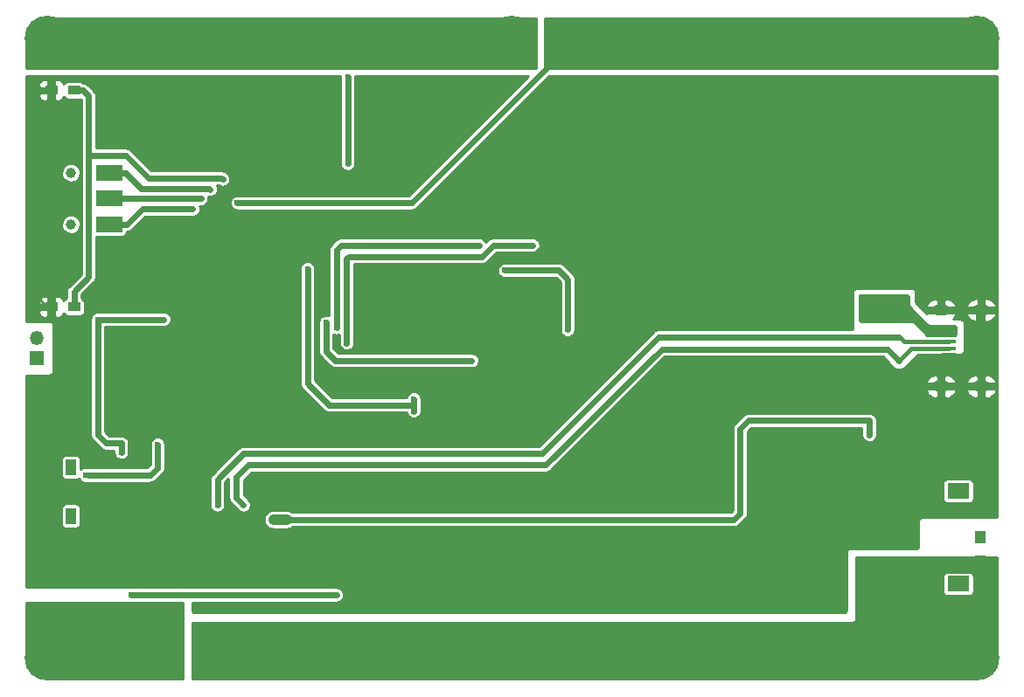
<source format=gbr>
G04 #@! TF.FileFunction,Copper,L2,Bot,Signal*
%FSLAX46Y46*%
G04 Gerber Fmt 4.6, Leading zero omitted, Abs format (unit mm)*
G04 Created by KiCad (PCBNEW 4.0.7) date Sun Apr  1 16:24:37 2018*
%MOMM*%
%LPD*%
G01*
G04 APERTURE LIST*
%ADD10C,0.100000*%
%ADD11C,4.400000*%
%ADD12R,2.150000X1.500000*%
%ADD13R,1.000000X1.400000*%
%ADD14R,1.000000X1.300000*%
%ADD15R,1.350000X1.350000*%
%ADD16O,1.350000X1.350000*%
%ADD17R,1.000000X0.600000*%
%ADD18R,1.000000X1.550000*%
%ADD19O,1.800000X1.000000*%
%ADD20R,2.000000X2.000000*%
%ADD21R,1.350000X0.400000*%
%ADD22R,1.200000X0.900000*%
%ADD23R,2.500000X1.500000*%
%ADD24C,1.000000*%
%ADD25R,1.200000X2.500000*%
%ADD26C,0.600000*%
%ADD27C,0.600000*%
%ADD28C,0.250000*%
%ADD29C,1.000000*%
%ADD30C,0.400000*%
G04 APERTURE END LIST*
D10*
D11*
X176900000Y-103800000D03*
X221900000Y-43800000D03*
X266900000Y-43800000D03*
X221900000Y-103800000D03*
X266900000Y-103800000D03*
X176900000Y-43800000D03*
D12*
X265117919Y-87638069D03*
D13*
X267217919Y-94600000D03*
D12*
X265117919Y-96638069D03*
D14*
X267217919Y-92100000D03*
D13*
X267217919Y-89600000D03*
D15*
X175900000Y-74800000D03*
D16*
X175900000Y-72800000D03*
D17*
X180925000Y-89325000D03*
X180925000Y-86100000D03*
D18*
X179200000Y-85350000D03*
X179200000Y-90050000D03*
D19*
X263450000Y-70125000D03*
X263450000Y-77500000D03*
X267350000Y-70100000D03*
D20*
X266900000Y-73800000D03*
D19*
X267350000Y-77500000D03*
D21*
X264225000Y-72500000D03*
X264225000Y-73150000D03*
X264225000Y-73800000D03*
X264225000Y-74450000D03*
X264225000Y-75100000D03*
D22*
X177300000Y-48800000D03*
X179500000Y-48800000D03*
X177300000Y-69800000D03*
X179500000Y-69800000D03*
D23*
X182900000Y-61800000D03*
X182900000Y-59300000D03*
X182900000Y-56800000D03*
D24*
X179200000Y-56800000D03*
X179200000Y-61800000D03*
D25*
X178000000Y-65300000D03*
X178000000Y-53300000D03*
D26*
X202100000Y-66100000D03*
X259200000Y-96800000D03*
X257800002Y-96800000D03*
X256399999Y-96800000D03*
D24*
X194400000Y-103300000D03*
X204400000Y-103300000D03*
X214400000Y-103300000D03*
X229400000Y-103300000D03*
X239400000Y-103300000D03*
X249400000Y-103300000D03*
X259300000Y-103300000D03*
D26*
X188200000Y-71000000D03*
X212400000Y-79899992D03*
X212400000Y-78700012D03*
X181800000Y-71000000D03*
X257800000Y-98100000D03*
X257800000Y-95500000D03*
X184100000Y-83900000D03*
X184099980Y-83000000D03*
X189300000Y-103100000D03*
X187900008Y-103100000D03*
X189300000Y-101700000D03*
X187900000Y-101700000D03*
X184500000Y-101600006D03*
X184500000Y-100300000D03*
X183100000Y-101600000D03*
X183100000Y-100299990D03*
X181700000Y-101600000D03*
X181700000Y-100300000D03*
X187900000Y-100300000D03*
X189300000Y-100300000D03*
D24*
X204400000Y-44300000D03*
X214400000Y-44300000D03*
X194400000Y-44300000D03*
X184400000Y-44300000D03*
D26*
X227300000Y-72000000D03*
X221200000Y-66250000D03*
X175900000Y-94800000D03*
X175900000Y-49600000D03*
X175900000Y-52800000D03*
X175900000Y-56000000D03*
X175900000Y-59200000D03*
X175900000Y-62400000D03*
X175900000Y-65600000D03*
X175900000Y-68800000D03*
X175900000Y-78800000D03*
X175900000Y-82000000D03*
X175900000Y-85200000D03*
X175900000Y-88400000D03*
X175900000Y-91600000D03*
X252000000Y-87799998D03*
X252000000Y-86400000D03*
X253400000Y-86400000D03*
X253400000Y-87800000D03*
X252000000Y-89200000D03*
X253400000Y-89200000D03*
X217600000Y-93400000D03*
X216200000Y-93400000D03*
X214800000Y-93400000D03*
X212200000Y-51500000D03*
X212200004Y-50100000D03*
X203700000Y-50199999D03*
X202300000Y-50199999D03*
X200900000Y-50200010D03*
X200900004Y-48800000D03*
X202300000Y-48800000D03*
X203700000Y-48800000D03*
X210800000Y-50100000D03*
X210800000Y-51500000D03*
X209400000Y-51500000D03*
X209400000Y-50100000D03*
X206200000Y-98899996D03*
X215300000Y-76700000D03*
X216700000Y-76700000D03*
X215300000Y-72900000D03*
X216700002Y-72900000D03*
X206800006Y-76200000D03*
X208100000Y-76200000D03*
X184800000Y-94100000D03*
X183500000Y-94125000D03*
X182200000Y-94100000D03*
X182200000Y-95400000D03*
X183500000Y-95400000D03*
X184800000Y-95400000D03*
X189700000Y-93300000D03*
X188700000Y-93300000D03*
X188700000Y-95400000D03*
X189700000Y-95400000D03*
X189700000Y-94400000D03*
X188700000Y-94400000D03*
X225500000Y-78200000D03*
X197500000Y-88200000D03*
X223400000Y-78200000D03*
X202400000Y-88300000D03*
X253200000Y-97000000D03*
X252500000Y-96300000D03*
X253900000Y-96300000D03*
X198800000Y-88200000D03*
X253200000Y-95600000D03*
X256500000Y-82200000D03*
X256500000Y-80800000D03*
X198700000Y-90400000D03*
X200100000Y-90400000D03*
X259400000Y-75000000D03*
X195900000Y-89000000D03*
X259400000Y-72700000D03*
X193400000Y-89000000D03*
X259400000Y-70300000D03*
X259400000Y-69300000D03*
X258400000Y-70300000D03*
X258400000Y-69300000D03*
X257400000Y-70300000D03*
X257400000Y-69300000D03*
X256400000Y-69300000D03*
X256400000Y-70300000D03*
X204900000Y-71800000D03*
X218700000Y-63800000D03*
X205900002Y-73300000D03*
X223900000Y-63800000D03*
X187600000Y-83100000D03*
X191800008Y-59300000D03*
X192700000Y-58399999D03*
X195300000Y-59700004D03*
D24*
X229400000Y-44300000D03*
X239400000Y-44300000D03*
X249400000Y-44300000D03*
X259300000Y-44300000D03*
D26*
X191000000Y-60299998D03*
X203900000Y-71300000D03*
X218000000Y-75000000D03*
X185000000Y-97700000D03*
X186400000Y-97700000D03*
X204900002Y-97700000D03*
X206000000Y-47500000D03*
X205999990Y-55900000D03*
X193900000Y-57400000D03*
D27*
X202100000Y-66524264D02*
X202100000Y-66100000D01*
X202100000Y-77200000D02*
X202100000Y-66524264D01*
X204200000Y-79300000D02*
X202100000Y-77200000D01*
X212400000Y-79300000D02*
X204200000Y-79300000D01*
D28*
X259100000Y-96800000D02*
X259200000Y-96800000D01*
X257800000Y-98100000D02*
X259100000Y-96800000D01*
X257800000Y-96800000D02*
X257800002Y-96800000D01*
X257800000Y-95500000D02*
X257800000Y-96800000D01*
X260599998Y-96800001D02*
X260599999Y-96800000D01*
X260275736Y-96800001D02*
X260599998Y-96800001D01*
X256824264Y-96800001D02*
X260275736Y-96800001D01*
X256399999Y-96800000D02*
X256824264Y-96800001D01*
X257800000Y-96800000D02*
X260275736Y-96800001D01*
X214400000Y-103300000D02*
X204400000Y-103300000D01*
X239400000Y-103300000D02*
X229400000Y-103300000D01*
X259300000Y-103300000D02*
X249400000Y-103300000D01*
D27*
X212400000Y-78700012D02*
X212400000Y-79899992D01*
X181800000Y-71000000D02*
X188200000Y-71000000D01*
X212400000Y-79300008D02*
X212400000Y-79899992D01*
X181800000Y-71000000D02*
X181800000Y-82200000D01*
X181800000Y-82200000D02*
X182600000Y-83000000D01*
X182600000Y-83000000D02*
X184099980Y-83000000D01*
X184099980Y-83899980D02*
X184100000Y-83900000D01*
X184099980Y-83000000D02*
X184099980Y-83899980D01*
X184100000Y-82999980D02*
X184099980Y-83000000D01*
D29*
X267217919Y-94600000D02*
X264160986Y-94600000D01*
D28*
X267217919Y-103482081D02*
X266900000Y-103800000D01*
X187900008Y-103100000D02*
X189300000Y-103100000D01*
X187900000Y-101700000D02*
X189300000Y-101700000D01*
X184499994Y-101600000D02*
X184500000Y-101600006D01*
X183100000Y-101600000D02*
X184499994Y-101600000D01*
X184499990Y-100299990D02*
X184500000Y-100300000D01*
X183100000Y-100299990D02*
X184499990Y-100299990D01*
X181700000Y-100300000D02*
X181700000Y-101600000D01*
X189300000Y-100300000D02*
X187900000Y-100300000D01*
X184400000Y-44300000D02*
X194400000Y-44300000D01*
D27*
X226450000Y-66250000D02*
X227300000Y-67100000D01*
X227300000Y-67100000D02*
X227300000Y-72000000D01*
X221200000Y-66250000D02*
X226450000Y-66250000D01*
D28*
X175900000Y-52800000D02*
X175900000Y-49600000D01*
X175900000Y-59200000D02*
X175900000Y-56000000D01*
X175900000Y-65600000D02*
X175900000Y-62400000D01*
X177300000Y-69800000D02*
X176900000Y-69800000D01*
X176900000Y-69800000D02*
X175900000Y-68800000D01*
X175900000Y-85200000D02*
X175900000Y-82000000D01*
X175900000Y-91600000D02*
X175900000Y-88400000D01*
X252000002Y-87800000D02*
X252000000Y-87799998D01*
X253400000Y-87800000D02*
X252000002Y-87800000D01*
X253400000Y-86400000D02*
X252000000Y-86400000D01*
X253400000Y-89200000D02*
X252000000Y-89200000D01*
X214800000Y-93400000D02*
X216200000Y-93400000D01*
X210800000Y-51500000D02*
X212200000Y-51500000D01*
X212200000Y-50100000D02*
X212200004Y-50100000D01*
X210800000Y-51500000D02*
X212200000Y-50100000D01*
X202300000Y-50199999D02*
X203700000Y-50199999D01*
X200900004Y-50200006D02*
X200900000Y-50200010D01*
X200900004Y-48800000D02*
X200900004Y-50200006D01*
X203700000Y-48800000D02*
X202300000Y-48800000D01*
X210800000Y-51500000D02*
X210800000Y-50100000D01*
X209400000Y-50100000D02*
X209400000Y-51500000D01*
X198800000Y-88200000D02*
X198500000Y-88200000D01*
X191100000Y-89900000D02*
X191100000Y-91300000D01*
X198500000Y-88200000D02*
X196800000Y-89900000D01*
X196800000Y-89900000D02*
X191100000Y-89900000D01*
X219400000Y-76200000D02*
X218900000Y-76700000D01*
X218900000Y-76700000D02*
X216700000Y-76700000D01*
X219400000Y-74500000D02*
X219400000Y-76200000D01*
X218400000Y-73500000D02*
X219400000Y-74500000D01*
X215475736Y-73500000D02*
X218400000Y-73500000D01*
X215300000Y-72900000D02*
X215300000Y-73324264D01*
X215300000Y-73324264D02*
X215475736Y-73500000D01*
X266900000Y-73800000D02*
X266900000Y-70550000D01*
X266900000Y-70550000D02*
X267350000Y-70100000D01*
X264225000Y-74450000D02*
X266250000Y-74450000D01*
X266250000Y-74450000D02*
X266900000Y-73800000D01*
X264225000Y-75100000D02*
X264225000Y-74450000D01*
X185325000Y-94125000D02*
X183500000Y-94125000D01*
X182200000Y-94100000D02*
X183475000Y-94100000D01*
X183475000Y-94100000D02*
X183500000Y-94125000D01*
X183500000Y-95400000D02*
X182200000Y-95400000D01*
X188700000Y-95400000D02*
X184800000Y-95400000D01*
X188700000Y-95400000D02*
X188700000Y-93300000D01*
X189700000Y-94400000D02*
X189700000Y-95400000D01*
X185500000Y-94300000D02*
X188600000Y-94300000D01*
X188600000Y-94300000D02*
X188700000Y-94400000D01*
X191100000Y-91300000D02*
X188500000Y-91300000D01*
X188500000Y-91300000D02*
X185500000Y-94300000D01*
X185500000Y-94300000D02*
X185325000Y-94125000D01*
X202400000Y-88300000D02*
X198900000Y-88300000D01*
X198900000Y-88300000D02*
X198800000Y-88200000D01*
X263800000Y-65800000D02*
X254900000Y-65800000D01*
X254900000Y-65800000D02*
X250300000Y-70400000D01*
X267350000Y-70100000D02*
X267350000Y-69350000D01*
X267350000Y-69350000D02*
X263800000Y-65800000D01*
D30*
X264225000Y-75100000D02*
X263150000Y-75100000D01*
D28*
X253900000Y-96300000D02*
X252500000Y-96300000D01*
X262050000Y-78900000D02*
X262050000Y-85050000D01*
X264225000Y-74450000D02*
X262450000Y-74450000D01*
X262050000Y-85050000D02*
X262100000Y-85100000D01*
X262100000Y-85100000D02*
X266700000Y-85100000D01*
X266700000Y-85100000D02*
X267217919Y-85617919D01*
X267217919Y-85617919D02*
X267217919Y-89600000D01*
D27*
X256500000Y-80800000D02*
X244800000Y-80800000D01*
X237100000Y-90400000D02*
X200100000Y-90400000D01*
X244800000Y-80800000D02*
X244000000Y-81600000D01*
X244000000Y-81600000D02*
X244000000Y-89800000D01*
X244000000Y-89800000D02*
X243400000Y-90400000D01*
X243400000Y-90400000D02*
X237100000Y-90400000D01*
X256500000Y-80800000D02*
X256500000Y-82200000D01*
D29*
X198800000Y-90400000D02*
X200100000Y-90400000D01*
D30*
X264225000Y-73800000D02*
X260600000Y-73800000D01*
X260600000Y-73800000D02*
X259699999Y-74700001D01*
X259699999Y-74700001D02*
X259400000Y-75000000D01*
D27*
X195900000Y-89000000D02*
X195200000Y-88300000D01*
X195200000Y-88300000D02*
X195200000Y-86300000D01*
X195200000Y-86300000D02*
X196400000Y-85100000D01*
X196400000Y-85100000D02*
X225200000Y-85100000D01*
X225200000Y-85100000D02*
X236400000Y-73900000D01*
X236400000Y-73900000D02*
X258300000Y-73900000D01*
X258300000Y-73900000D02*
X259400000Y-75000000D01*
X236100000Y-72700000D02*
X258975736Y-72700000D01*
X195900000Y-84000000D02*
X224800000Y-84000000D01*
D30*
X264225000Y-73150000D02*
X259850000Y-73150000D01*
D27*
X258975736Y-72700000D02*
X259400000Y-72700000D01*
D30*
X259699999Y-72999999D02*
X259400000Y-72700000D01*
D27*
X193400000Y-86500000D02*
X195900000Y-84000000D01*
D30*
X259850000Y-73150000D02*
X259699999Y-72999999D01*
D27*
X193400000Y-89000000D02*
X193400000Y-86500000D01*
X224800000Y-84000000D02*
X236100000Y-72700000D01*
D30*
X264225000Y-72500000D02*
X262200000Y-72500000D01*
D28*
X260500000Y-70300000D02*
X259400000Y-70300000D01*
X259400000Y-70300000D02*
X258400000Y-70300000D01*
D27*
X259400000Y-69300000D02*
X259400000Y-70300000D01*
D28*
X258400000Y-70300000D02*
X257400000Y-70300000D01*
D27*
X258400000Y-69300000D02*
X258400000Y-70300000D01*
D28*
X257400000Y-70300000D02*
X256400000Y-70300000D01*
D27*
X256400000Y-69300000D02*
X257400000Y-69300000D01*
D28*
X262700000Y-72500000D02*
X260500000Y-70300000D01*
D27*
X204900000Y-64300000D02*
X204900000Y-71375736D01*
X204900000Y-71375736D02*
X204900000Y-71800000D01*
X205400000Y-63800000D02*
X204900000Y-64300000D01*
X218700000Y-63800000D02*
X205400000Y-63800000D01*
X223900000Y-63800000D02*
X220100000Y-63800000D01*
X220100000Y-63800000D02*
X219000000Y-64900000D01*
X219000000Y-64900000D02*
X206100000Y-64900000D01*
X206100000Y-64900000D02*
X205900002Y-65099998D01*
X205900002Y-65099998D02*
X205900002Y-73300000D01*
X180925000Y-86100000D02*
X186900000Y-86100000D01*
X186900000Y-86100000D02*
X187600000Y-85400000D01*
X187600000Y-85400000D02*
X187600000Y-83100000D01*
X182900000Y-59300000D02*
X191800008Y-59300000D01*
X182900000Y-56800000D02*
X184500000Y-56800000D01*
X184500000Y-56800000D02*
X186000000Y-58300000D01*
X186000000Y-58300000D02*
X192600001Y-58300000D01*
X192600001Y-58300000D02*
X192700000Y-58399999D01*
X228100000Y-43800000D02*
X212199996Y-59700004D01*
X195724264Y-59700004D02*
X195300000Y-59700004D01*
X212199996Y-59700004D02*
X195724264Y-59700004D01*
D28*
X239400000Y-44300000D02*
X229400000Y-44300000D01*
X259300000Y-44300000D02*
X249400000Y-44300000D01*
X266900000Y-43800000D02*
X228100000Y-43800000D01*
D27*
X182900000Y-61800000D02*
X184600000Y-61800000D01*
X184600000Y-61800000D02*
X186100000Y-60300000D01*
X186100000Y-60300000D02*
X190999998Y-60300000D01*
X190999998Y-60300000D02*
X191000000Y-60299998D01*
X203900000Y-71724264D02*
X203900000Y-71300000D01*
X203900000Y-74100000D02*
X203900000Y-71724264D01*
X204800000Y-75000000D02*
X203900000Y-74100000D01*
X218000000Y-75000000D02*
X204800000Y-75000000D01*
X204900002Y-97700000D02*
X185000000Y-97700000D01*
X205999990Y-55900000D02*
X205999990Y-47500010D01*
X205999990Y-47500010D02*
X206000000Y-47500000D01*
X206000000Y-55899990D02*
X206000000Y-47500000D01*
X180900000Y-55100000D02*
X180900000Y-49350000D01*
X180900000Y-49350000D02*
X180350000Y-48800000D01*
X180350000Y-48800000D02*
X179500000Y-48800000D01*
X179500000Y-69800000D02*
X179500000Y-68300000D01*
X179500000Y-68300000D02*
X180900000Y-66900000D01*
X180900000Y-66900000D02*
X180900000Y-55100000D01*
X180900000Y-55100000D02*
X184500000Y-55100000D01*
X184500000Y-55100000D02*
X186700000Y-57300000D01*
X186700000Y-57300000D02*
X193800000Y-57300000D01*
X193800000Y-57300000D02*
X193900000Y-57400000D01*
D28*
G36*
X260134024Y-68628955D02*
X260166736Y-68638879D01*
X260196890Y-68654997D01*
X260223316Y-68676684D01*
X260245003Y-68703110D01*
X260261121Y-68733264D01*
X260271045Y-68765976D01*
X260275000Y-68806138D01*
X260275000Y-69475736D01*
X260275602Y-69487987D01*
X260281366Y-69546514D01*
X260286147Y-69570549D01*
X260303219Y-69626827D01*
X260312596Y-69649466D01*
X260340319Y-69701332D01*
X260353933Y-69721706D01*
X260391242Y-69767167D01*
X260399480Y-69776256D01*
X262123744Y-71500520D01*
X262132833Y-71508758D01*
X262178294Y-71546067D01*
X262198668Y-71559681D01*
X262250534Y-71587404D01*
X262273173Y-71596781D01*
X262329451Y-71613853D01*
X262353486Y-71618634D01*
X262412013Y-71624398D01*
X262424264Y-71625000D01*
X264693862Y-71625000D01*
X264734024Y-71628955D01*
X264766736Y-71638879D01*
X264796890Y-71654997D01*
X264823316Y-71676684D01*
X264845003Y-71703110D01*
X264861121Y-71733264D01*
X264871045Y-71765976D01*
X264875000Y-71806138D01*
X264875000Y-72393862D01*
X264871045Y-72434024D01*
X264861121Y-72466736D01*
X264845003Y-72496890D01*
X264823621Y-72522944D01*
X263550000Y-72522944D01*
X263524217Y-72525000D01*
X262103000Y-72525000D01*
X262096177Y-72519401D01*
X260876256Y-71299480D01*
X260867167Y-71291242D01*
X260821706Y-71253933D01*
X260801332Y-71240319D01*
X260749466Y-71212596D01*
X260726827Y-71203219D01*
X260670549Y-71186147D01*
X260646514Y-71181366D01*
X260587987Y-71175602D01*
X260575736Y-71175000D01*
X255706138Y-71175000D01*
X255665976Y-71171045D01*
X255633264Y-71161121D01*
X255603110Y-71145003D01*
X255576684Y-71123316D01*
X255554997Y-71096890D01*
X255538879Y-71066736D01*
X255528955Y-71034024D01*
X255525000Y-70993862D01*
X255525000Y-68806138D01*
X255528955Y-68765976D01*
X255538879Y-68733264D01*
X255554997Y-68703110D01*
X255576684Y-68676684D01*
X255603110Y-68654997D01*
X255633264Y-68638879D01*
X255665976Y-68628955D01*
X255706138Y-68625000D01*
X260093862Y-68625000D01*
X260134024Y-68628955D01*
X260134024Y-68628955D01*
G37*
X260134024Y-68628955D02*
X260166736Y-68638879D01*
X260196890Y-68654997D01*
X260223316Y-68676684D01*
X260245003Y-68703110D01*
X260261121Y-68733264D01*
X260271045Y-68765976D01*
X260275000Y-68806138D01*
X260275000Y-69475736D01*
X260275602Y-69487987D01*
X260281366Y-69546514D01*
X260286147Y-69570549D01*
X260303219Y-69626827D01*
X260312596Y-69649466D01*
X260340319Y-69701332D01*
X260353933Y-69721706D01*
X260391242Y-69767167D01*
X260399480Y-69776256D01*
X262123744Y-71500520D01*
X262132833Y-71508758D01*
X262178294Y-71546067D01*
X262198668Y-71559681D01*
X262250534Y-71587404D01*
X262273173Y-71596781D01*
X262329451Y-71613853D01*
X262353486Y-71618634D01*
X262412013Y-71624398D01*
X262424264Y-71625000D01*
X264693862Y-71625000D01*
X264734024Y-71628955D01*
X264766736Y-71638879D01*
X264796890Y-71654997D01*
X264823316Y-71676684D01*
X264845003Y-71703110D01*
X264861121Y-71733264D01*
X264871045Y-71765976D01*
X264875000Y-71806138D01*
X264875000Y-72393862D01*
X264871045Y-72434024D01*
X264861121Y-72466736D01*
X264845003Y-72496890D01*
X264823621Y-72522944D01*
X263550000Y-72522944D01*
X263524217Y-72525000D01*
X262103000Y-72525000D01*
X262096177Y-72519401D01*
X260876256Y-71299480D01*
X260867167Y-71291242D01*
X260821706Y-71253933D01*
X260801332Y-71240319D01*
X260749466Y-71212596D01*
X260726827Y-71203219D01*
X260670549Y-71186147D01*
X260646514Y-71181366D01*
X260587987Y-71175602D01*
X260575736Y-71175000D01*
X255706138Y-71175000D01*
X255665976Y-71171045D01*
X255633264Y-71161121D01*
X255603110Y-71145003D01*
X255576684Y-71123316D01*
X255554997Y-71096890D01*
X255538879Y-71066736D01*
X255528955Y-71034024D01*
X255525000Y-70993862D01*
X255525000Y-68806138D01*
X255528955Y-68765976D01*
X255538879Y-68733264D01*
X255554997Y-68703110D01*
X255576684Y-68676684D01*
X255603110Y-68654997D01*
X255633264Y-68638879D01*
X255665976Y-68628955D01*
X255706138Y-68625000D01*
X260093862Y-68625000D01*
X260134024Y-68628955D01*
G36*
X205274047Y-47560960D02*
X205274990Y-47566098D01*
X205274990Y-55892706D01*
X205274037Y-55960960D01*
X205299703Y-56100804D01*
X205352043Y-56232999D01*
X205429063Y-56352511D01*
X205527829Y-56454787D01*
X205644580Y-56535931D01*
X205774869Y-56592852D01*
X205913732Y-56623383D01*
X206055880Y-56626361D01*
X206195900Y-56601672D01*
X206328458Y-56550256D01*
X206448504Y-56474072D01*
X206551467Y-56376022D01*
X206633424Y-56259841D01*
X206691254Y-56129953D01*
X206722753Y-55991306D01*
X206723739Y-55920725D01*
X206724929Y-55910113D01*
X206725000Y-55899990D01*
X206725000Y-55830414D01*
X206725021Y-55828910D01*
X206725000Y-55828804D01*
X206725000Y-47500000D01*
X206724158Y-47491414D01*
X206725031Y-47428910D01*
X206724257Y-47425000D01*
X223449695Y-47425000D01*
X211899692Y-58975004D01*
X195306994Y-58975004D01*
X195233973Y-58974494D01*
X195094312Y-59001136D01*
X194962485Y-59054398D01*
X194843514Y-59132250D01*
X194741930Y-59231728D01*
X194661604Y-59349043D01*
X194605593Y-59479725D01*
X194576032Y-59618798D01*
X194574047Y-59760964D01*
X194599713Y-59900808D01*
X194652053Y-60033003D01*
X194729073Y-60152515D01*
X194827839Y-60254791D01*
X194944590Y-60335935D01*
X195074879Y-60392856D01*
X195213742Y-60423387D01*
X195355890Y-60426365D01*
X195363609Y-60425004D01*
X212199996Y-60425004D01*
X212266596Y-60418474D01*
X212333361Y-60412632D01*
X212337024Y-60411568D01*
X212340816Y-60411196D01*
X212404919Y-60391842D01*
X212469238Y-60373156D01*
X212472622Y-60371402D01*
X212476272Y-60370300D01*
X212535428Y-60338846D01*
X212594859Y-60308040D01*
X212597837Y-60305663D01*
X212601205Y-60303872D01*
X212653153Y-60261504D01*
X212705440Y-60219764D01*
X212710740Y-60214538D01*
X212710856Y-60214443D01*
X212710945Y-60214335D01*
X212712648Y-60212656D01*
X225500305Y-47425000D01*
X268900000Y-47425000D01*
X268900000Y-90175000D01*
X261653489Y-90175000D01*
X261642475Y-90175486D01*
X261589815Y-90180144D01*
X261568131Y-90184011D01*
X261517106Y-90197840D01*
X261496433Y-90205454D01*
X261448628Y-90228026D01*
X261429618Y-90239148D01*
X261386517Y-90269760D01*
X261369750Y-90284048D01*
X261332692Y-90321751D01*
X261318697Y-90338759D01*
X261288832Y-90382381D01*
X261278038Y-90401583D01*
X261256294Y-90449770D01*
X261249038Y-90470568D01*
X261236090Y-90521824D01*
X261232598Y-90543575D01*
X261228849Y-90596308D01*
X261228553Y-90607327D01*
X261269662Y-92991466D01*
X261267088Y-93027665D01*
X261259556Y-93057484D01*
X261246908Y-93085512D01*
X261229537Y-93110885D01*
X261207972Y-93132825D01*
X261182906Y-93150628D01*
X261155095Y-93163759D01*
X261125420Y-93171802D01*
X261089263Y-93175000D01*
X254700000Y-93175000D01*
X254687749Y-93175602D01*
X254629222Y-93181366D01*
X254605187Y-93186147D01*
X254548909Y-93203219D01*
X254526270Y-93212596D01*
X254474404Y-93240319D01*
X254454030Y-93253933D01*
X254408569Y-93291242D01*
X254391242Y-93308569D01*
X254353933Y-93354030D01*
X254340319Y-93374404D01*
X254312596Y-93426270D01*
X254303219Y-93448909D01*
X254286147Y-93505187D01*
X254281366Y-93529222D01*
X254275602Y-93587749D01*
X254275000Y-93600000D01*
X254275000Y-99193862D01*
X254271045Y-99234024D01*
X254261121Y-99266736D01*
X254245003Y-99296890D01*
X254223316Y-99323316D01*
X254196890Y-99345003D01*
X254166736Y-99361121D01*
X254134024Y-99371045D01*
X254093862Y-99375000D01*
X191106138Y-99375000D01*
X191065976Y-99371045D01*
X191033264Y-99361121D01*
X191003110Y-99345003D01*
X190976684Y-99323316D01*
X190954997Y-99296890D01*
X190938879Y-99266736D01*
X190928955Y-99234024D01*
X190925000Y-99193862D01*
X190925000Y-98425000D01*
X204890928Y-98425000D01*
X204955892Y-98426361D01*
X205095912Y-98401672D01*
X205228470Y-98350256D01*
X205348516Y-98274072D01*
X205451479Y-98176022D01*
X205533436Y-98059841D01*
X205591266Y-97929953D01*
X205622765Y-97791306D01*
X205623814Y-97716193D01*
X205624984Y-97705061D01*
X205624104Y-97695396D01*
X205625033Y-97628910D01*
X205597417Y-97489438D01*
X205543236Y-97357986D01*
X205464555Y-97239562D01*
X205364370Y-97138675D01*
X205246498Y-97059169D01*
X205115428Y-97004072D01*
X204976152Y-96975483D01*
X204833975Y-96974490D01*
X204831302Y-96975000D01*
X186406994Y-96975000D01*
X186333973Y-96974490D01*
X186331300Y-96975000D01*
X185006994Y-96975000D01*
X184933973Y-96974490D01*
X184931300Y-96975000D01*
X174900000Y-96975000D01*
X174900000Y-89275000D01*
X178272944Y-89275000D01*
X178272944Y-90825000D01*
X178278341Y-90892680D01*
X178313890Y-91007472D01*
X178380012Y-91107815D01*
X178471471Y-91185765D01*
X178581025Y-91235148D01*
X178700000Y-91252056D01*
X179700000Y-91252056D01*
X179767680Y-91246659D01*
X179882472Y-91211110D01*
X179982815Y-91144988D01*
X180060765Y-91053529D01*
X180110148Y-90943975D01*
X180127056Y-90825000D01*
X180127056Y-90393542D01*
X197875023Y-90393542D01*
X197891384Y-90573328D01*
X197942355Y-90746511D01*
X198025993Y-90906496D01*
X198139113Y-91047189D01*
X198277406Y-91163230D01*
X198435604Y-91250200D01*
X198607682Y-91304787D01*
X198787085Y-91324910D01*
X198800000Y-91325000D01*
X200100000Y-91325000D01*
X200279667Y-91307384D01*
X200452490Y-91255205D01*
X200611887Y-91170452D01*
X200667617Y-91125000D01*
X243400000Y-91125000D01*
X243466600Y-91118470D01*
X243533365Y-91112628D01*
X243537028Y-91111564D01*
X243540820Y-91111192D01*
X243604923Y-91091838D01*
X243669242Y-91073152D01*
X243672626Y-91071398D01*
X243676276Y-91070296D01*
X243735432Y-91038842D01*
X243794863Y-91008036D01*
X243797841Y-91005659D01*
X243801209Y-91003868D01*
X243853157Y-90961500D01*
X243905444Y-90919760D01*
X243910744Y-90914534D01*
X243910860Y-90914439D01*
X243910949Y-90914331D01*
X243912652Y-90912652D01*
X244512652Y-90312653D01*
X244555140Y-90260926D01*
X244598207Y-90209601D01*
X244600045Y-90206258D01*
X244602463Y-90203314D01*
X244634089Y-90144332D01*
X244666373Y-90085608D01*
X244667526Y-90081972D01*
X244669327Y-90078614D01*
X244688909Y-90014566D01*
X244709157Y-89950736D01*
X244709582Y-89946950D01*
X244710697Y-89943302D01*
X244717470Y-89876619D01*
X244724929Y-89810123D01*
X244724981Y-89802676D01*
X244724996Y-89802531D01*
X244724983Y-89802396D01*
X244725000Y-89800000D01*
X244725000Y-86888069D01*
X263615863Y-86888069D01*
X263615863Y-88388069D01*
X263621260Y-88455749D01*
X263656809Y-88570541D01*
X263722931Y-88670884D01*
X263814390Y-88748834D01*
X263923944Y-88798217D01*
X264042919Y-88815125D01*
X266192919Y-88815125D01*
X266260599Y-88809728D01*
X266375391Y-88774179D01*
X266475734Y-88708057D01*
X266553684Y-88616598D01*
X266603067Y-88507044D01*
X266619975Y-88388069D01*
X266619975Y-86888069D01*
X266614578Y-86820389D01*
X266579029Y-86705597D01*
X266512907Y-86605254D01*
X266421448Y-86527304D01*
X266311894Y-86477921D01*
X266192919Y-86461013D01*
X264042919Y-86461013D01*
X263975239Y-86466410D01*
X263860447Y-86501959D01*
X263760104Y-86568081D01*
X263682154Y-86659540D01*
X263632771Y-86769094D01*
X263615863Y-86888069D01*
X244725000Y-86888069D01*
X244725000Y-81900304D01*
X245100305Y-81525000D01*
X255775000Y-81525000D01*
X255775000Y-82192706D01*
X255774047Y-82260960D01*
X255799713Y-82400804D01*
X255852053Y-82532999D01*
X255929073Y-82652511D01*
X256027839Y-82754787D01*
X256144590Y-82835931D01*
X256274879Y-82892852D01*
X256413742Y-82923383D01*
X256555890Y-82926361D01*
X256695910Y-82901672D01*
X256828468Y-82850256D01*
X256948514Y-82774072D01*
X257051477Y-82676022D01*
X257133434Y-82559841D01*
X257191264Y-82429953D01*
X257222763Y-82291306D01*
X257223750Y-82220634D01*
X257224929Y-82210123D01*
X257225000Y-82200000D01*
X257225000Y-82131130D01*
X257225031Y-82128910D01*
X257225000Y-82128753D01*
X257225000Y-80800000D01*
X257224158Y-80791414D01*
X257225031Y-80728910D01*
X257197415Y-80589438D01*
X257143234Y-80457986D01*
X257064553Y-80339562D01*
X256964368Y-80238675D01*
X256846496Y-80159169D01*
X256715426Y-80104072D01*
X256576150Y-80075483D01*
X256433973Y-80074490D01*
X256431300Y-80075000D01*
X244800000Y-80075000D01*
X244733396Y-80081531D01*
X244666636Y-80087372D01*
X244662974Y-80088436D01*
X244659180Y-80088808D01*
X244595051Y-80108169D01*
X244530759Y-80126848D01*
X244527377Y-80128601D01*
X244523724Y-80129704D01*
X244464550Y-80161167D01*
X244405137Y-80191964D01*
X244402159Y-80194341D01*
X244398791Y-80196132D01*
X244346843Y-80238500D01*
X244294556Y-80280240D01*
X244289252Y-80285470D01*
X244289140Y-80285561D01*
X244289054Y-80285665D01*
X244287348Y-80287347D01*
X243487348Y-81087348D01*
X243444880Y-81139049D01*
X243401793Y-81190399D01*
X243399955Y-81193742D01*
X243397537Y-81196686D01*
X243365911Y-81255668D01*
X243333627Y-81314392D01*
X243332474Y-81318028D01*
X243330673Y-81321386D01*
X243311091Y-81385434D01*
X243290843Y-81449264D01*
X243290418Y-81453050D01*
X243289303Y-81456698D01*
X243282530Y-81523381D01*
X243275071Y-81589877D01*
X243275019Y-81597324D01*
X243275004Y-81597469D01*
X243275017Y-81597604D01*
X243275000Y-81600000D01*
X243275000Y-89499695D01*
X243099696Y-89675000D01*
X200668155Y-89675000D01*
X200622594Y-89636770D01*
X200464396Y-89549800D01*
X200292318Y-89495213D01*
X200112915Y-89475090D01*
X200100000Y-89475000D01*
X198800000Y-89475000D01*
X198620333Y-89492616D01*
X198447510Y-89544795D01*
X198288113Y-89629548D01*
X198148213Y-89743647D01*
X198033140Y-89882747D01*
X197947277Y-90041548D01*
X197893893Y-90214003D01*
X197875023Y-90393542D01*
X180127056Y-90393542D01*
X180127056Y-89275000D01*
X180121659Y-89207320D01*
X180086110Y-89092528D01*
X180065308Y-89060960D01*
X192674047Y-89060960D01*
X192699713Y-89200804D01*
X192752053Y-89332999D01*
X192829073Y-89452511D01*
X192927839Y-89554787D01*
X193044590Y-89635931D01*
X193174879Y-89692852D01*
X193313742Y-89723383D01*
X193455890Y-89726361D01*
X193595910Y-89701672D01*
X193728468Y-89650256D01*
X193848514Y-89574072D01*
X193951477Y-89476022D01*
X194033434Y-89359841D01*
X194091264Y-89229953D01*
X194122763Y-89091306D01*
X194123750Y-89020634D01*
X194124929Y-89010123D01*
X194125000Y-89000000D01*
X194125000Y-88931130D01*
X194125031Y-88928910D01*
X194125000Y-88928753D01*
X194125000Y-86800304D01*
X194475000Y-86450304D01*
X194475000Y-88300000D01*
X194481530Y-88366600D01*
X194487372Y-88433365D01*
X194488436Y-88437028D01*
X194488808Y-88440820D01*
X194508162Y-88504923D01*
X194526848Y-88569242D01*
X194528602Y-88572626D01*
X194529704Y-88576276D01*
X194561158Y-88635432D01*
X194591964Y-88694863D01*
X194594341Y-88697841D01*
X194596132Y-88701209D01*
X194638500Y-88753157D01*
X194680240Y-88805444D01*
X194685466Y-88810744D01*
X194685561Y-88810860D01*
X194685669Y-88810949D01*
X194687348Y-88812652D01*
X195381607Y-89506912D01*
X195427839Y-89554787D01*
X195544590Y-89635931D01*
X195674879Y-89692852D01*
X195813742Y-89723383D01*
X195955890Y-89726361D01*
X196095910Y-89701672D01*
X196228468Y-89650256D01*
X196348514Y-89574072D01*
X196451477Y-89476022D01*
X196533434Y-89359841D01*
X196591264Y-89229953D01*
X196622763Y-89091306D01*
X196623781Y-89018449D01*
X196624960Y-89007592D01*
X196624074Y-88997461D01*
X196625031Y-88928910D01*
X196597415Y-88789438D01*
X196543234Y-88657986D01*
X196464553Y-88539562D01*
X196364368Y-88438675D01*
X196363176Y-88437871D01*
X195925000Y-87999696D01*
X195925000Y-86600304D01*
X196700305Y-85825000D01*
X225200000Y-85825000D01*
X225266600Y-85818470D01*
X225333365Y-85812628D01*
X225337028Y-85811564D01*
X225340820Y-85811192D01*
X225404923Y-85791838D01*
X225469242Y-85773152D01*
X225472626Y-85771398D01*
X225476276Y-85770296D01*
X225535432Y-85738842D01*
X225594863Y-85708036D01*
X225597841Y-85705659D01*
X225601209Y-85703868D01*
X225653157Y-85661500D01*
X225705444Y-85619760D01*
X225710744Y-85614534D01*
X225710860Y-85614439D01*
X225710949Y-85614331D01*
X225712652Y-85612652D01*
X233405510Y-77919794D01*
X261997640Y-77919794D01*
X262059725Y-78094166D01*
X262194669Y-78275942D01*
X262362483Y-78427899D01*
X262556718Y-78544198D01*
X262769909Y-78620369D01*
X262993864Y-78653484D01*
X263175000Y-78489814D01*
X263175000Y-77750000D01*
X263725000Y-77750000D01*
X263725000Y-78489814D01*
X263906136Y-78653484D01*
X264130091Y-78620369D01*
X264343282Y-78544198D01*
X264537517Y-78427899D01*
X264705331Y-78275942D01*
X264840275Y-78094166D01*
X264902360Y-77919794D01*
X265897640Y-77919794D01*
X265959725Y-78094166D01*
X266094669Y-78275942D01*
X266262483Y-78427899D01*
X266456718Y-78544198D01*
X266669909Y-78620369D01*
X266893864Y-78653484D01*
X267075000Y-78489814D01*
X267075000Y-77750000D01*
X267625000Y-77750000D01*
X267625000Y-78489814D01*
X267806136Y-78653484D01*
X268030091Y-78620369D01*
X268243282Y-78544198D01*
X268437517Y-78427899D01*
X268605331Y-78275942D01*
X268740275Y-78094166D01*
X268802360Y-77919794D01*
X268692145Y-77750000D01*
X267625000Y-77750000D01*
X267075000Y-77750000D01*
X266007855Y-77750000D01*
X265897640Y-77919794D01*
X264902360Y-77919794D01*
X264792145Y-77750000D01*
X263725000Y-77750000D01*
X263175000Y-77750000D01*
X262107855Y-77750000D01*
X261997640Y-77919794D01*
X233405510Y-77919794D01*
X234245098Y-77080206D01*
X261997640Y-77080206D01*
X262107855Y-77250000D01*
X263175000Y-77250000D01*
X263175000Y-76510186D01*
X263725000Y-76510186D01*
X263725000Y-77250000D01*
X264792145Y-77250000D01*
X264902360Y-77080206D01*
X265897640Y-77080206D01*
X266007855Y-77250000D01*
X267075000Y-77250000D01*
X267075000Y-76510186D01*
X267625000Y-76510186D01*
X267625000Y-77250000D01*
X268692145Y-77250000D01*
X268802360Y-77080206D01*
X268740275Y-76905834D01*
X268605331Y-76724058D01*
X268437517Y-76572101D01*
X268243282Y-76455802D01*
X268030091Y-76379631D01*
X267806136Y-76346516D01*
X267625000Y-76510186D01*
X267075000Y-76510186D01*
X266893864Y-76346516D01*
X266669909Y-76379631D01*
X266456718Y-76455802D01*
X266262483Y-76572101D01*
X266094669Y-76724058D01*
X265959725Y-76905834D01*
X265897640Y-77080206D01*
X264902360Y-77080206D01*
X264840275Y-76905834D01*
X264705331Y-76724058D01*
X264537517Y-76572101D01*
X264343282Y-76455802D01*
X264130091Y-76379631D01*
X263906136Y-76346516D01*
X263725000Y-76510186D01*
X263175000Y-76510186D01*
X262993864Y-76346516D01*
X262769909Y-76379631D01*
X262556718Y-76455802D01*
X262362483Y-76572101D01*
X262194669Y-76724058D01*
X262059725Y-76905834D01*
X261997640Y-77080206D01*
X234245098Y-77080206D01*
X236700304Y-74625000D01*
X257837579Y-74625000D01*
X258819058Y-75688269D01*
X258826361Y-75695554D01*
X258862796Y-75729012D01*
X258879074Y-75741653D01*
X258920511Y-75768669D01*
X258938646Y-75778464D01*
X258983960Y-75798304D01*
X259003457Y-75804985D01*
X259051414Y-75817109D01*
X259071746Y-75820497D01*
X259121044Y-75824575D01*
X259131349Y-75825000D01*
X259675736Y-75825000D01*
X259687987Y-75824398D01*
X259746514Y-75818634D01*
X259770549Y-75813853D01*
X259826827Y-75796781D01*
X259849466Y-75787404D01*
X259901332Y-75759681D01*
X259921706Y-75746067D01*
X259967167Y-75708758D01*
X259976256Y-75700520D01*
X261196177Y-74480599D01*
X261227374Y-74454997D01*
X261257528Y-74438879D01*
X261290240Y-74428955D01*
X261330402Y-74425000D01*
X263535533Y-74425000D01*
X263550000Y-74427056D01*
X264900000Y-74427056D01*
X264925783Y-74425000D01*
X265300000Y-74425000D01*
X265312251Y-74424398D01*
X265370778Y-74418634D01*
X265394813Y-74413853D01*
X265451091Y-74396781D01*
X265473730Y-74387404D01*
X265525596Y-74359681D01*
X265545970Y-74346067D01*
X265591431Y-74308758D01*
X265608758Y-74291431D01*
X265646067Y-74245970D01*
X265659681Y-74225596D01*
X265687404Y-74173730D01*
X265696781Y-74151091D01*
X265713853Y-74094813D01*
X265718634Y-74070778D01*
X265724398Y-74012251D01*
X265725000Y-74000000D01*
X265725000Y-71400000D01*
X265724398Y-71387749D01*
X265718634Y-71329222D01*
X265713853Y-71305187D01*
X265696781Y-71248909D01*
X265687404Y-71226270D01*
X265659681Y-71174404D01*
X265646067Y-71154030D01*
X265608758Y-71108569D01*
X265591431Y-71091242D01*
X265545970Y-71053933D01*
X265525596Y-71040319D01*
X265473730Y-71012596D01*
X265451091Y-71003219D01*
X265394813Y-70986147D01*
X265370778Y-70981366D01*
X265312251Y-70975602D01*
X265300000Y-70975000D01*
X264623545Y-70975000D01*
X264705331Y-70900942D01*
X264840275Y-70719166D01*
X264902360Y-70544794D01*
X264886133Y-70519794D01*
X265897640Y-70519794D01*
X265959725Y-70694166D01*
X266094669Y-70875942D01*
X266262483Y-71027899D01*
X266456718Y-71144198D01*
X266669909Y-71220369D01*
X266893864Y-71253484D01*
X267075000Y-71089814D01*
X267075000Y-70350000D01*
X267625000Y-70350000D01*
X267625000Y-71089814D01*
X267806136Y-71253484D01*
X268030091Y-71220369D01*
X268243282Y-71144198D01*
X268437517Y-71027899D01*
X268605331Y-70875942D01*
X268740275Y-70694166D01*
X268802360Y-70519794D01*
X268692145Y-70350000D01*
X267625000Y-70350000D01*
X267075000Y-70350000D01*
X266007855Y-70350000D01*
X265897640Y-70519794D01*
X264886133Y-70519794D01*
X264792145Y-70375000D01*
X263725000Y-70375000D01*
X263725000Y-70420000D01*
X263175000Y-70420000D01*
X263175000Y-70375000D01*
X262107855Y-70375000D01*
X262046420Y-70469644D01*
X261281982Y-69705206D01*
X261997640Y-69705206D01*
X262107855Y-69875000D01*
X263175000Y-69875000D01*
X263175000Y-69135186D01*
X263725000Y-69135186D01*
X263725000Y-69875000D01*
X264792145Y-69875000D01*
X264902360Y-69705206D01*
X264893459Y-69680206D01*
X265897640Y-69680206D01*
X266007855Y-69850000D01*
X267075000Y-69850000D01*
X267075000Y-69110186D01*
X267625000Y-69110186D01*
X267625000Y-69850000D01*
X268692145Y-69850000D01*
X268802360Y-69680206D01*
X268740275Y-69505834D01*
X268605331Y-69324058D01*
X268437517Y-69172101D01*
X268243282Y-69055802D01*
X268030091Y-68979631D01*
X267806136Y-68946516D01*
X267625000Y-69110186D01*
X267075000Y-69110186D01*
X266893864Y-68946516D01*
X266669909Y-68979631D01*
X266456718Y-69055802D01*
X266262483Y-69172101D01*
X266094669Y-69324058D01*
X265959725Y-69505834D01*
X265897640Y-69680206D01*
X264893459Y-69680206D01*
X264840275Y-69530834D01*
X264705331Y-69349058D01*
X264537517Y-69197101D01*
X264343282Y-69080802D01*
X264130091Y-69004631D01*
X263906136Y-68971516D01*
X263725000Y-69135186D01*
X263175000Y-69135186D01*
X262993864Y-68971516D01*
X262769909Y-69004631D01*
X262556718Y-69080802D01*
X262362483Y-69197101D01*
X262194669Y-69349058D01*
X262059725Y-69530834D01*
X261997640Y-69705206D01*
X261281982Y-69705206D01*
X261080599Y-69503823D01*
X261054997Y-69472626D01*
X261038879Y-69442472D01*
X261028955Y-69409760D01*
X261025000Y-69369598D01*
X261025000Y-68400000D01*
X261024398Y-68387749D01*
X261018634Y-68329222D01*
X261013853Y-68305187D01*
X260996781Y-68248909D01*
X260987404Y-68226270D01*
X260959681Y-68174404D01*
X260946067Y-68154030D01*
X260908758Y-68108569D01*
X260891431Y-68091242D01*
X260845970Y-68053933D01*
X260825596Y-68040319D01*
X260773730Y-68012596D01*
X260751091Y-68003219D01*
X260694813Y-67986147D01*
X260670778Y-67981366D01*
X260612251Y-67975602D01*
X260600000Y-67975000D01*
X255300000Y-67975000D01*
X255287749Y-67975602D01*
X255229222Y-67981366D01*
X255205187Y-67986147D01*
X255148909Y-68003219D01*
X255126270Y-68012596D01*
X255074404Y-68040319D01*
X255054030Y-68053933D01*
X255008569Y-68091242D01*
X254991242Y-68108569D01*
X254953933Y-68154030D01*
X254940319Y-68174404D01*
X254912596Y-68226270D01*
X254903219Y-68248909D01*
X254886147Y-68305187D01*
X254881366Y-68329222D01*
X254875602Y-68387749D01*
X254875000Y-68400000D01*
X254875000Y-71975000D01*
X236100000Y-71975000D01*
X236033355Y-71981535D01*
X235966635Y-71987372D01*
X235962972Y-71988436D01*
X235959180Y-71988808D01*
X235895077Y-72008162D01*
X235830758Y-72026848D01*
X235827374Y-72028602D01*
X235823724Y-72029704D01*
X235764568Y-72061158D01*
X235705137Y-72091964D01*
X235702159Y-72094341D01*
X235698791Y-72096132D01*
X235646843Y-72138500D01*
X235594556Y-72180240D01*
X235589252Y-72185469D01*
X235589140Y-72185561D01*
X235589054Y-72185665D01*
X235587347Y-72187348D01*
X224499696Y-83275000D01*
X195900000Y-83275000D01*
X195833400Y-83281530D01*
X195766635Y-83287372D01*
X195762972Y-83288436D01*
X195759180Y-83288808D01*
X195695063Y-83308166D01*
X195630759Y-83326848D01*
X195627377Y-83328601D01*
X195623724Y-83329704D01*
X195564550Y-83361167D01*
X195505137Y-83391964D01*
X195502159Y-83394341D01*
X195498791Y-83396132D01*
X195446843Y-83438500D01*
X195394556Y-83480240D01*
X195389256Y-83485466D01*
X195389140Y-83485561D01*
X195389051Y-83485669D01*
X195387348Y-83487348D01*
X192887348Y-85987348D01*
X192844880Y-86039049D01*
X192801793Y-86090399D01*
X192799955Y-86093742D01*
X192797537Y-86096686D01*
X192765911Y-86155668D01*
X192733627Y-86214392D01*
X192732474Y-86218028D01*
X192730673Y-86221386D01*
X192711091Y-86285434D01*
X192690843Y-86349264D01*
X192690418Y-86353050D01*
X192689303Y-86356698D01*
X192682530Y-86423381D01*
X192675071Y-86489877D01*
X192675019Y-86497324D01*
X192675004Y-86497469D01*
X192675017Y-86497604D01*
X192675000Y-86500000D01*
X192675000Y-88992706D01*
X192674047Y-89060960D01*
X180065308Y-89060960D01*
X180019988Y-88992185D01*
X179928529Y-88914235D01*
X179818975Y-88864852D01*
X179700000Y-88847944D01*
X178700000Y-88847944D01*
X178632320Y-88853341D01*
X178517528Y-88888890D01*
X178417185Y-88955012D01*
X178339235Y-89046471D01*
X178289852Y-89156025D01*
X178272944Y-89275000D01*
X174900000Y-89275000D01*
X174900000Y-84575000D01*
X178272944Y-84575000D01*
X178272944Y-86125000D01*
X178278341Y-86192680D01*
X178313890Y-86307472D01*
X178380012Y-86407815D01*
X178471471Y-86485765D01*
X178581025Y-86535148D01*
X178700000Y-86552056D01*
X179700000Y-86552056D01*
X179767680Y-86546659D01*
X179882472Y-86511110D01*
X179982815Y-86444988D01*
X179999930Y-86424907D01*
X180003341Y-86467680D01*
X180038890Y-86582472D01*
X180105012Y-86682815D01*
X180196471Y-86760765D01*
X180306025Y-86810148D01*
X180425000Y-86827056D01*
X181425000Y-86827056D01*
X181450783Y-86825000D01*
X186900000Y-86825000D01*
X186966600Y-86818470D01*
X187033365Y-86812628D01*
X187037028Y-86811564D01*
X187040820Y-86811192D01*
X187104923Y-86791838D01*
X187169242Y-86773152D01*
X187172626Y-86771398D01*
X187176276Y-86770296D01*
X187235432Y-86738842D01*
X187294863Y-86708036D01*
X187297841Y-86705659D01*
X187301209Y-86703868D01*
X187353157Y-86661500D01*
X187405444Y-86619760D01*
X187410744Y-86614534D01*
X187410860Y-86614439D01*
X187410949Y-86614331D01*
X187412652Y-86612652D01*
X188112652Y-85912653D01*
X188155140Y-85860926D01*
X188198207Y-85809601D01*
X188200045Y-85806258D01*
X188202463Y-85803314D01*
X188234099Y-85744313D01*
X188266373Y-85685608D01*
X188267526Y-85681975D01*
X188269327Y-85678615D01*
X188288900Y-85614593D01*
X188309157Y-85550736D01*
X188309582Y-85546945D01*
X188310696Y-85543302D01*
X188317465Y-85476668D01*
X188324929Y-85410123D01*
X188324981Y-85402676D01*
X188324996Y-85402531D01*
X188324983Y-85402396D01*
X188325000Y-85400000D01*
X188325000Y-83100000D01*
X188324158Y-83091414D01*
X188325031Y-83028910D01*
X188297415Y-82889438D01*
X188243234Y-82757986D01*
X188164553Y-82639562D01*
X188064368Y-82538675D01*
X187946496Y-82459169D01*
X187815426Y-82404072D01*
X187676150Y-82375483D01*
X187533973Y-82374490D01*
X187394312Y-82401132D01*
X187262485Y-82454394D01*
X187143514Y-82532246D01*
X187041930Y-82631724D01*
X186961604Y-82749039D01*
X186905593Y-82879721D01*
X186876032Y-83018794D01*
X186874047Y-83160960D01*
X186875000Y-83166153D01*
X186875000Y-85099695D01*
X186599696Y-85375000D01*
X181439467Y-85375000D01*
X181425000Y-85372944D01*
X180425000Y-85372944D01*
X180357320Y-85378341D01*
X180242528Y-85413890D01*
X180142185Y-85480012D01*
X180127056Y-85497763D01*
X180127056Y-84575000D01*
X180121659Y-84507320D01*
X180086110Y-84392528D01*
X180019988Y-84292185D01*
X179928529Y-84214235D01*
X179818975Y-84164852D01*
X179700000Y-84147944D01*
X178700000Y-84147944D01*
X178632320Y-84153341D01*
X178517528Y-84188890D01*
X178417185Y-84255012D01*
X178339235Y-84346471D01*
X178289852Y-84456025D01*
X178272944Y-84575000D01*
X174900000Y-84575000D01*
X174900000Y-76413133D01*
X177097983Y-76423568D01*
X177108912Y-76423141D01*
X177161183Y-76418804D01*
X177182722Y-76415100D01*
X177233439Y-76401725D01*
X177254003Y-76394326D01*
X177301616Y-76372322D01*
X177320577Y-76361454D01*
X177363629Y-76331494D01*
X177380406Y-76317492D01*
X177417583Y-76280492D01*
X177431668Y-76263779D01*
X177461832Y-76220869D01*
X177472789Y-76201959D01*
X177495018Y-76154452D01*
X177502514Y-76133925D01*
X177516130Y-76083272D01*
X177519937Y-76061750D01*
X177524522Y-76009499D01*
X177525000Y-75998572D01*
X177525000Y-71600000D01*
X177524398Y-71587749D01*
X177518634Y-71529222D01*
X177513853Y-71505187D01*
X177496781Y-71448909D01*
X177487404Y-71426270D01*
X177459681Y-71374404D01*
X177446067Y-71354030D01*
X177408758Y-71308569D01*
X177391431Y-71291242D01*
X177345970Y-71253933D01*
X177325596Y-71240319D01*
X177273730Y-71212596D01*
X177251091Y-71203219D01*
X177194813Y-71186147D01*
X177170778Y-71181366D01*
X177112251Y-71175602D01*
X177100000Y-71175000D01*
X174900000Y-71175000D01*
X174900000Y-71060960D01*
X181074047Y-71060960D01*
X181075000Y-71066153D01*
X181075000Y-82200000D01*
X181081530Y-82266600D01*
X181087372Y-82333365D01*
X181088436Y-82337028D01*
X181088808Y-82340820D01*
X181108162Y-82404923D01*
X181126848Y-82469242D01*
X181128602Y-82472626D01*
X181129704Y-82476276D01*
X181161158Y-82535432D01*
X181191964Y-82594863D01*
X181194341Y-82597841D01*
X181196132Y-82601209D01*
X181238500Y-82653157D01*
X181280240Y-82705444D01*
X181285466Y-82710744D01*
X181285561Y-82710860D01*
X181285669Y-82710949D01*
X181287348Y-82712652D01*
X182087348Y-83512653D01*
X182139106Y-83555167D01*
X182190399Y-83598207D01*
X182193739Y-83600043D01*
X182196686Y-83602464D01*
X182255742Y-83634130D01*
X182314392Y-83666373D01*
X182318023Y-83667525D01*
X182321386Y-83669328D01*
X182385468Y-83688920D01*
X182449264Y-83709157D01*
X182453051Y-83709582D01*
X182456699Y-83710697D01*
X182523376Y-83717470D01*
X182589877Y-83724929D01*
X182597324Y-83724981D01*
X182597469Y-83724996D01*
X182597604Y-83724983D01*
X182600000Y-83725000D01*
X183374980Y-83725000D01*
X183374980Y-83894138D01*
X183374047Y-83960960D01*
X183399713Y-84100804D01*
X183452053Y-84232999D01*
X183529073Y-84352511D01*
X183627839Y-84454787D01*
X183744590Y-84535931D01*
X183874879Y-84592852D01*
X184013742Y-84623383D01*
X184155890Y-84626361D01*
X184295910Y-84601672D01*
X184428468Y-84550256D01*
X184548514Y-84474072D01*
X184651477Y-84376022D01*
X184733434Y-84259841D01*
X184791264Y-84129953D01*
X184822763Y-83991306D01*
X184823753Y-83920408D01*
X184824909Y-83910103D01*
X184824924Y-83907921D01*
X184824960Y-83907592D01*
X184824929Y-83907239D01*
X184824980Y-83899980D01*
X184824980Y-83832562D01*
X184825031Y-83828910D01*
X184824980Y-83828652D01*
X184824980Y-83002669D01*
X184824996Y-83002511D01*
X184824980Y-83002342D01*
X184824980Y-83000000D01*
X184824138Y-82991414D01*
X184825011Y-82928910D01*
X184797395Y-82789438D01*
X184743214Y-82657986D01*
X184664533Y-82539562D01*
X184564348Y-82438675D01*
X184446476Y-82359169D01*
X184315406Y-82304072D01*
X184176130Y-82275483D01*
X184033953Y-82274490D01*
X184031280Y-82275000D01*
X182900305Y-82275000D01*
X182525000Y-81899696D01*
X182525000Y-71725000D01*
X188190926Y-71725000D01*
X188255890Y-71726361D01*
X188395910Y-71701672D01*
X188528468Y-71650256D01*
X188648514Y-71574072D01*
X188751477Y-71476022D01*
X188833434Y-71359841D01*
X188891264Y-71229953D01*
X188922763Y-71091306D01*
X188923812Y-71016193D01*
X188924982Y-71005061D01*
X188924102Y-70995396D01*
X188925031Y-70928910D01*
X188897415Y-70789438D01*
X188843234Y-70657986D01*
X188764553Y-70539562D01*
X188664368Y-70438675D01*
X188546496Y-70359169D01*
X188415426Y-70304072D01*
X188276150Y-70275483D01*
X188133973Y-70274490D01*
X188131300Y-70275000D01*
X181806994Y-70275000D01*
X181733973Y-70274490D01*
X181594312Y-70301132D01*
X181462485Y-70354394D01*
X181343514Y-70432246D01*
X181241930Y-70531724D01*
X181161604Y-70649039D01*
X181105593Y-70779721D01*
X181076032Y-70918794D01*
X181074047Y-71060960D01*
X174900000Y-71060960D01*
X174900000Y-70183250D01*
X176067000Y-70183250D01*
X176067000Y-70312345D01*
X176091326Y-70434639D01*
X176139043Y-70549838D01*
X176208317Y-70653514D01*
X176296486Y-70741683D01*
X176400162Y-70810957D01*
X176515361Y-70858674D01*
X176637655Y-70883000D01*
X176866750Y-70883000D01*
X177025000Y-70724750D01*
X177025000Y-70025000D01*
X176225250Y-70025000D01*
X176067000Y-70183250D01*
X174900000Y-70183250D01*
X174900000Y-69287655D01*
X176067000Y-69287655D01*
X176067000Y-69416750D01*
X176225250Y-69575000D01*
X177025000Y-69575000D01*
X177025000Y-68875250D01*
X176866750Y-68717000D01*
X176637655Y-68717000D01*
X176515361Y-68741326D01*
X176400162Y-68789043D01*
X176296486Y-68858317D01*
X176208317Y-68946486D01*
X176139043Y-69050162D01*
X176091326Y-69165361D01*
X176067000Y-69287655D01*
X174900000Y-69287655D01*
X174900000Y-61877777D01*
X178273784Y-61877777D01*
X178306530Y-62056198D01*
X178373309Y-62224862D01*
X178471576Y-62377342D01*
X178597588Y-62507832D01*
X178746546Y-62611360D01*
X178912776Y-62683984D01*
X179089946Y-62722938D01*
X179271308Y-62726737D01*
X179449955Y-62695236D01*
X179619080Y-62629637D01*
X179772243Y-62532437D01*
X179903609Y-62407339D01*
X180008175Y-62259107D01*
X180081957Y-62093388D01*
X180122147Y-61916494D01*
X180125040Y-61709299D01*
X180089805Y-61531352D01*
X180020679Y-61363637D01*
X179920292Y-61212544D01*
X179792470Y-61083826D01*
X179642081Y-60982388D01*
X179474854Y-60912092D01*
X179297157Y-60875616D01*
X179115759Y-60874349D01*
X178937570Y-60908341D01*
X178769377Y-60976295D01*
X178617587Y-61075624D01*
X178487980Y-61202544D01*
X178385494Y-61352222D01*
X178314032Y-61518954D01*
X178276317Y-61696392D01*
X178273784Y-61877777D01*
X174900000Y-61877777D01*
X174900000Y-56877777D01*
X178273784Y-56877777D01*
X178306530Y-57056198D01*
X178373309Y-57224862D01*
X178471576Y-57377342D01*
X178597588Y-57507832D01*
X178746546Y-57611360D01*
X178912776Y-57683984D01*
X179089946Y-57722938D01*
X179271308Y-57726737D01*
X179449955Y-57695236D01*
X179619080Y-57629637D01*
X179772243Y-57532437D01*
X179903609Y-57407339D01*
X180008175Y-57259107D01*
X180081957Y-57093388D01*
X180122147Y-56916494D01*
X180125040Y-56709299D01*
X180089805Y-56531352D01*
X180020679Y-56363637D01*
X179920292Y-56212544D01*
X179792470Y-56083826D01*
X179642081Y-55982388D01*
X179474854Y-55912092D01*
X179297157Y-55875616D01*
X179115759Y-55874349D01*
X178937570Y-55908341D01*
X178769377Y-55976295D01*
X178617587Y-56075624D01*
X178487980Y-56202544D01*
X178385494Y-56352222D01*
X178314032Y-56518954D01*
X178276317Y-56696392D01*
X178273784Y-56877777D01*
X174900000Y-56877777D01*
X174900000Y-49183250D01*
X176067000Y-49183250D01*
X176067000Y-49312345D01*
X176091326Y-49434639D01*
X176139043Y-49549838D01*
X176208317Y-49653514D01*
X176296486Y-49741683D01*
X176400162Y-49810957D01*
X176515361Y-49858674D01*
X176637655Y-49883000D01*
X176866750Y-49883000D01*
X177025000Y-49724750D01*
X177025000Y-49025000D01*
X176225250Y-49025000D01*
X176067000Y-49183250D01*
X174900000Y-49183250D01*
X174900000Y-48287655D01*
X176067000Y-48287655D01*
X176067000Y-48416750D01*
X176225250Y-48575000D01*
X177025000Y-48575000D01*
X177025000Y-47875250D01*
X177575000Y-47875250D01*
X177575000Y-48575000D01*
X177595000Y-48575000D01*
X177595000Y-49025000D01*
X177575000Y-49025000D01*
X177575000Y-49724750D01*
X177733250Y-49883000D01*
X177962345Y-49883000D01*
X178084639Y-49858674D01*
X178199838Y-49810957D01*
X178303514Y-49741683D01*
X178391683Y-49653514D01*
X178460957Y-49549838D01*
X178508674Y-49434639D01*
X178510976Y-49423064D01*
X178513890Y-49432472D01*
X178580012Y-49532815D01*
X178671471Y-49610765D01*
X178781025Y-49660148D01*
X178900000Y-49677056D01*
X180100000Y-49677056D01*
X180167680Y-49671659D01*
X180175000Y-49669392D01*
X180175000Y-66599696D01*
X178987348Y-67787348D01*
X178944880Y-67839049D01*
X178901793Y-67890399D01*
X178899955Y-67893742D01*
X178897537Y-67896686D01*
X178865911Y-67955668D01*
X178833627Y-68014392D01*
X178832474Y-68018028D01*
X178830673Y-68021386D01*
X178811091Y-68085434D01*
X178790843Y-68149264D01*
X178790418Y-68153050D01*
X178789303Y-68156698D01*
X178782530Y-68223381D01*
X178775071Y-68289877D01*
X178775019Y-68297324D01*
X178775004Y-68297469D01*
X178775017Y-68297604D01*
X178775000Y-68300000D01*
X178775000Y-68946092D01*
X178717528Y-68963890D01*
X178617185Y-69030012D01*
X178539235Y-69121471D01*
X178511974Y-69181949D01*
X178508674Y-69165361D01*
X178460957Y-69050162D01*
X178391683Y-68946486D01*
X178303514Y-68858317D01*
X178199838Y-68789043D01*
X178084639Y-68741326D01*
X177962345Y-68717000D01*
X177733250Y-68717000D01*
X177575000Y-68875250D01*
X177575000Y-69575000D01*
X177595000Y-69575000D01*
X177595000Y-70025000D01*
X177575000Y-70025000D01*
X177575000Y-70724750D01*
X177733250Y-70883000D01*
X177962345Y-70883000D01*
X178084639Y-70858674D01*
X178199838Y-70810957D01*
X178303514Y-70741683D01*
X178391683Y-70653514D01*
X178460957Y-70549838D01*
X178508674Y-70434639D01*
X178510976Y-70423064D01*
X178513890Y-70432472D01*
X178580012Y-70532815D01*
X178671471Y-70610765D01*
X178781025Y-70660148D01*
X178900000Y-70677056D01*
X180100000Y-70677056D01*
X180167680Y-70671659D01*
X180282472Y-70636110D01*
X180382815Y-70569988D01*
X180460765Y-70478529D01*
X180510148Y-70368975D01*
X180527056Y-70250000D01*
X180527056Y-69350000D01*
X180521659Y-69282320D01*
X180486110Y-69167528D01*
X180419988Y-69067185D01*
X180328529Y-68989235D01*
X180225000Y-68942568D01*
X180225000Y-68600304D01*
X181412652Y-67412652D01*
X181455120Y-67360951D01*
X181498207Y-67309601D01*
X181500045Y-67306258D01*
X181502463Y-67303314D01*
X181534089Y-67244332D01*
X181566373Y-67185608D01*
X181567526Y-67181972D01*
X181569327Y-67178614D01*
X181588909Y-67114566D01*
X181609157Y-67050736D01*
X181609582Y-67046950D01*
X181610697Y-67043302D01*
X181617470Y-66976619D01*
X181624929Y-66910123D01*
X181624981Y-66902676D01*
X181624996Y-66902531D01*
X181624983Y-66902396D01*
X181625000Y-66900000D01*
X181625000Y-66160960D01*
X201374047Y-66160960D01*
X201375000Y-66166153D01*
X201375000Y-77200000D01*
X201381530Y-77266600D01*
X201387372Y-77333365D01*
X201388436Y-77337028D01*
X201388808Y-77340820D01*
X201408162Y-77404923D01*
X201426848Y-77469242D01*
X201428602Y-77472626D01*
X201429704Y-77476276D01*
X201461158Y-77535432D01*
X201491964Y-77594863D01*
X201494341Y-77597841D01*
X201496132Y-77601209D01*
X201538500Y-77653157D01*
X201580240Y-77705444D01*
X201585466Y-77710744D01*
X201585561Y-77710860D01*
X201585669Y-77710949D01*
X201587348Y-77712652D01*
X203687347Y-79812652D01*
X203739074Y-79855140D01*
X203790399Y-79898207D01*
X203793742Y-79900045D01*
X203796686Y-79902463D01*
X203855687Y-79934099D01*
X203914392Y-79966373D01*
X203918025Y-79967526D01*
X203921385Y-79969327D01*
X203985407Y-79988900D01*
X204049264Y-80009157D01*
X204053055Y-80009582D01*
X204056698Y-80010696D01*
X204123332Y-80017465D01*
X204189877Y-80024929D01*
X204197324Y-80024981D01*
X204197469Y-80024996D01*
X204197604Y-80024983D01*
X204200000Y-80025000D01*
X211685802Y-80025000D01*
X211699713Y-80100796D01*
X211752053Y-80232991D01*
X211829073Y-80352503D01*
X211927839Y-80454779D01*
X212044590Y-80535923D01*
X212174879Y-80592844D01*
X212313742Y-80623375D01*
X212455890Y-80626353D01*
X212595910Y-80601664D01*
X212728468Y-80550248D01*
X212848514Y-80474064D01*
X212951477Y-80376014D01*
X213033434Y-80259833D01*
X213091264Y-80129945D01*
X213122763Y-79991298D01*
X213123750Y-79920626D01*
X213124929Y-79910115D01*
X213125000Y-79899992D01*
X213125000Y-79831122D01*
X213125031Y-79828902D01*
X213125000Y-79828745D01*
X213125000Y-78700012D01*
X213124158Y-78691426D01*
X213125031Y-78628922D01*
X213097415Y-78489450D01*
X213043234Y-78357998D01*
X212964553Y-78239574D01*
X212864368Y-78138687D01*
X212746496Y-78059181D01*
X212615426Y-78004084D01*
X212476150Y-77975495D01*
X212333973Y-77974502D01*
X212194312Y-78001144D01*
X212062485Y-78054406D01*
X211943514Y-78132258D01*
X211841930Y-78231736D01*
X211761604Y-78349051D01*
X211705593Y-78479733D01*
X211685343Y-78575000D01*
X204500305Y-78575000D01*
X202825000Y-76899696D01*
X202825000Y-71360960D01*
X203174047Y-71360960D01*
X203175000Y-71366153D01*
X203175000Y-74100000D01*
X203181530Y-74166600D01*
X203187372Y-74233365D01*
X203188436Y-74237028D01*
X203188808Y-74240820D01*
X203208162Y-74304923D01*
X203226848Y-74369242D01*
X203228602Y-74372626D01*
X203229704Y-74376276D01*
X203261158Y-74435432D01*
X203291964Y-74494863D01*
X203294341Y-74497841D01*
X203296132Y-74501209D01*
X203338500Y-74553157D01*
X203380240Y-74605444D01*
X203385466Y-74610744D01*
X203385561Y-74610860D01*
X203385669Y-74610949D01*
X203387348Y-74612652D01*
X204287347Y-75512652D01*
X204339074Y-75555140D01*
X204390399Y-75598207D01*
X204393742Y-75600045D01*
X204396686Y-75602463D01*
X204455668Y-75634089D01*
X204514392Y-75666373D01*
X204518028Y-75667526D01*
X204521386Y-75669327D01*
X204585434Y-75688909D01*
X204649264Y-75709157D01*
X204653050Y-75709582D01*
X204656698Y-75710697D01*
X204723381Y-75717470D01*
X204789877Y-75724929D01*
X204797324Y-75724981D01*
X204797469Y-75724996D01*
X204797604Y-75724983D01*
X204800000Y-75725000D01*
X217990926Y-75725000D01*
X218055890Y-75726361D01*
X218195910Y-75701672D01*
X218328468Y-75650256D01*
X218448514Y-75574072D01*
X218551477Y-75476022D01*
X218633434Y-75359841D01*
X218691264Y-75229953D01*
X218722763Y-75091306D01*
X218723812Y-75016193D01*
X218724982Y-75005061D01*
X218724102Y-74995396D01*
X218725031Y-74928910D01*
X218697415Y-74789438D01*
X218643234Y-74657986D01*
X218564553Y-74539562D01*
X218464368Y-74438675D01*
X218346496Y-74359169D01*
X218215426Y-74304072D01*
X218076150Y-74275483D01*
X217933973Y-74274490D01*
X217931300Y-74275000D01*
X205100305Y-74275000D01*
X204625000Y-73799696D01*
X204625000Y-72471061D01*
X204674879Y-72492852D01*
X204813742Y-72523383D01*
X204955890Y-72526361D01*
X205095910Y-72501672D01*
X205175002Y-72470994D01*
X205175002Y-73292706D01*
X205174049Y-73360960D01*
X205199715Y-73500804D01*
X205252055Y-73632999D01*
X205329075Y-73752511D01*
X205427841Y-73854787D01*
X205544592Y-73935931D01*
X205674881Y-73992852D01*
X205813744Y-74023383D01*
X205955892Y-74026361D01*
X206095912Y-74001672D01*
X206228470Y-73950256D01*
X206348516Y-73874072D01*
X206451479Y-73776022D01*
X206533436Y-73659841D01*
X206591266Y-73529953D01*
X206622765Y-73391306D01*
X206623752Y-73320634D01*
X206624931Y-73310123D01*
X206625002Y-73300000D01*
X206625002Y-73231130D01*
X206625033Y-73228910D01*
X206625002Y-73228753D01*
X206625002Y-66310960D01*
X220474047Y-66310960D01*
X220499713Y-66450804D01*
X220552053Y-66582999D01*
X220629073Y-66702511D01*
X220727839Y-66804787D01*
X220844590Y-66885931D01*
X220974879Y-66942852D01*
X221113742Y-66973383D01*
X221255890Y-66976361D01*
X221263609Y-66975000D01*
X226149696Y-66975000D01*
X226575000Y-67400305D01*
X226575000Y-71992706D01*
X226574047Y-72060960D01*
X226599713Y-72200804D01*
X226652053Y-72332999D01*
X226729073Y-72452511D01*
X226827839Y-72554787D01*
X226944590Y-72635931D01*
X227074879Y-72692852D01*
X227213742Y-72723383D01*
X227355890Y-72726361D01*
X227495910Y-72701672D01*
X227628468Y-72650256D01*
X227748514Y-72574072D01*
X227851477Y-72476022D01*
X227933434Y-72359841D01*
X227991264Y-72229953D01*
X228022763Y-72091306D01*
X228023750Y-72020634D01*
X228024929Y-72010123D01*
X228025000Y-72000000D01*
X228025000Y-71931130D01*
X228025031Y-71928910D01*
X228025000Y-71928753D01*
X228025000Y-67100000D01*
X228018469Y-67033392D01*
X228012628Y-66966636D01*
X228011564Y-66962973D01*
X228011192Y-66959180D01*
X227991845Y-66895098D01*
X227973153Y-66830759D01*
X227971397Y-66827372D01*
X227970296Y-66823724D01*
X227938872Y-66764625D01*
X227908037Y-66705137D01*
X227905657Y-66702156D01*
X227903868Y-66698791D01*
X227861548Y-66646901D01*
X227819761Y-66594556D01*
X227814529Y-66589251D01*
X227814439Y-66589140D01*
X227814337Y-66589055D01*
X227812653Y-66587348D01*
X226962652Y-65737348D01*
X226910951Y-65694880D01*
X226859601Y-65651793D01*
X226856258Y-65649955D01*
X226853314Y-65647537D01*
X226794332Y-65615911D01*
X226735608Y-65583627D01*
X226731972Y-65582474D01*
X226728614Y-65580673D01*
X226664566Y-65561091D01*
X226600736Y-65540843D01*
X226596950Y-65540418D01*
X226593302Y-65539303D01*
X226526619Y-65532530D01*
X226460123Y-65525071D01*
X226452676Y-65525019D01*
X226452531Y-65525004D01*
X226452396Y-65525017D01*
X226450000Y-65525000D01*
X221206994Y-65525000D01*
X221133973Y-65524490D01*
X220994312Y-65551132D01*
X220862485Y-65604394D01*
X220743514Y-65682246D01*
X220641930Y-65781724D01*
X220561604Y-65899039D01*
X220505593Y-66029721D01*
X220476032Y-66168794D01*
X220474047Y-66310960D01*
X206625002Y-66310960D01*
X206625002Y-65625000D01*
X219000000Y-65625000D01*
X219066600Y-65618470D01*
X219133365Y-65612628D01*
X219137028Y-65611564D01*
X219140820Y-65611192D01*
X219204923Y-65591838D01*
X219269242Y-65573152D01*
X219272626Y-65571398D01*
X219276276Y-65570296D01*
X219335432Y-65538842D01*
X219394863Y-65508036D01*
X219397841Y-65505659D01*
X219401209Y-65503868D01*
X219453157Y-65461500D01*
X219505444Y-65419760D01*
X219510744Y-65414534D01*
X219510860Y-65414439D01*
X219510949Y-65414331D01*
X219512652Y-65412652D01*
X220400304Y-64525000D01*
X223890926Y-64525000D01*
X223955890Y-64526361D01*
X224095910Y-64501672D01*
X224228468Y-64450256D01*
X224348514Y-64374072D01*
X224451477Y-64276022D01*
X224533434Y-64159841D01*
X224591264Y-64029953D01*
X224622763Y-63891306D01*
X224623812Y-63816193D01*
X224624982Y-63805061D01*
X224624102Y-63795396D01*
X224625031Y-63728910D01*
X224597415Y-63589438D01*
X224543234Y-63457986D01*
X224464553Y-63339562D01*
X224364368Y-63238675D01*
X224246496Y-63159169D01*
X224115426Y-63104072D01*
X223976150Y-63075483D01*
X223833973Y-63074490D01*
X223831300Y-63075000D01*
X220100000Y-63075000D01*
X220033400Y-63081530D01*
X219966635Y-63087372D01*
X219962972Y-63088436D01*
X219959180Y-63088808D01*
X219895063Y-63108166D01*
X219830759Y-63126848D01*
X219827377Y-63128601D01*
X219823724Y-63129704D01*
X219764550Y-63161167D01*
X219705137Y-63191964D01*
X219702159Y-63194341D01*
X219698791Y-63196132D01*
X219646843Y-63238500D01*
X219594556Y-63280240D01*
X219589256Y-63285466D01*
X219589140Y-63285561D01*
X219589051Y-63285669D01*
X219587348Y-63287348D01*
X219364680Y-63510016D01*
X219343234Y-63457986D01*
X219264553Y-63339562D01*
X219164368Y-63238675D01*
X219046496Y-63159169D01*
X218915426Y-63104072D01*
X218776150Y-63075483D01*
X218633973Y-63074490D01*
X218631300Y-63075000D01*
X205400000Y-63075000D01*
X205333396Y-63081531D01*
X205266636Y-63087372D01*
X205262974Y-63088436D01*
X205259180Y-63088808D01*
X205195051Y-63108169D01*
X205130759Y-63126848D01*
X205127377Y-63128601D01*
X205123724Y-63129704D01*
X205064550Y-63161167D01*
X205005137Y-63191964D01*
X205002159Y-63194341D01*
X204998791Y-63196132D01*
X204946843Y-63238500D01*
X204894556Y-63280240D01*
X204889252Y-63285470D01*
X204889140Y-63285561D01*
X204889054Y-63285665D01*
X204887348Y-63287347D01*
X204387348Y-63787348D01*
X204344880Y-63839049D01*
X204301793Y-63890399D01*
X204299955Y-63893742D01*
X204297537Y-63896686D01*
X204265911Y-63955668D01*
X204233627Y-64014392D01*
X204232474Y-64018028D01*
X204230673Y-64021386D01*
X204211091Y-64085434D01*
X204190843Y-64149264D01*
X204190418Y-64153050D01*
X204189303Y-64156698D01*
X204182530Y-64223381D01*
X204175071Y-64289877D01*
X204175019Y-64297324D01*
X204175004Y-64297469D01*
X204175017Y-64297604D01*
X204175000Y-64300000D01*
X204175000Y-70629115D01*
X204115426Y-70604072D01*
X203976150Y-70575483D01*
X203833973Y-70574490D01*
X203694312Y-70601132D01*
X203562485Y-70654394D01*
X203443514Y-70732246D01*
X203341930Y-70831724D01*
X203261604Y-70949039D01*
X203205593Y-71079721D01*
X203176032Y-71218794D01*
X203174047Y-71360960D01*
X202825000Y-71360960D01*
X202825000Y-66100000D01*
X202824158Y-66091414D01*
X202825031Y-66028910D01*
X202797415Y-65889438D01*
X202743234Y-65757986D01*
X202664553Y-65639562D01*
X202564368Y-65538675D01*
X202446496Y-65459169D01*
X202315426Y-65404072D01*
X202176150Y-65375483D01*
X202033973Y-65374490D01*
X201894312Y-65401132D01*
X201762485Y-65454394D01*
X201643514Y-65532246D01*
X201541930Y-65631724D01*
X201461604Y-65749039D01*
X201405593Y-65879721D01*
X201376032Y-66018794D01*
X201374047Y-66160960D01*
X181625000Y-66160960D01*
X181625000Y-62973503D01*
X181650000Y-62977056D01*
X184150000Y-62977056D01*
X184217680Y-62971659D01*
X184332472Y-62936110D01*
X184432815Y-62869988D01*
X184510765Y-62778529D01*
X184560148Y-62668975D01*
X184577056Y-62550000D01*
X184577056Y-62525000D01*
X184600000Y-62525000D01*
X184666600Y-62518470D01*
X184733365Y-62512628D01*
X184737028Y-62511564D01*
X184740820Y-62511192D01*
X184804923Y-62491838D01*
X184869242Y-62473152D01*
X184872626Y-62471398D01*
X184876276Y-62470296D01*
X184935432Y-62438842D01*
X184994863Y-62408036D01*
X184997841Y-62405659D01*
X185001209Y-62403868D01*
X185053157Y-62361500D01*
X185105444Y-62319760D01*
X185110744Y-62314534D01*
X185110860Y-62314439D01*
X185110949Y-62314331D01*
X185112652Y-62312652D01*
X186400305Y-61025000D01*
X190991021Y-61025000D01*
X191055890Y-61026359D01*
X191195910Y-61001670D01*
X191328468Y-60950254D01*
X191448514Y-60874070D01*
X191551477Y-60776020D01*
X191633434Y-60659839D01*
X191691264Y-60529951D01*
X191722763Y-60391304D01*
X191723812Y-60316171D01*
X191724980Y-60305061D01*
X191724866Y-60303809D01*
X191724996Y-60302529D01*
X191724131Y-60293375D01*
X191725031Y-60228908D01*
X191697415Y-60089436D01*
X191670856Y-60025000D01*
X191790934Y-60025000D01*
X191855898Y-60026361D01*
X191995918Y-60001672D01*
X192128476Y-59950256D01*
X192248522Y-59874072D01*
X192351485Y-59776022D01*
X192433442Y-59659841D01*
X192491272Y-59529953D01*
X192522771Y-59391306D01*
X192523820Y-59316193D01*
X192524990Y-59305061D01*
X192524110Y-59295396D01*
X192525039Y-59228910D01*
X192499156Y-59098189D01*
X192613742Y-59123382D01*
X192755890Y-59126360D01*
X192895910Y-59101671D01*
X193028468Y-59050255D01*
X193148514Y-58974071D01*
X193251477Y-58876021D01*
X193333434Y-58759840D01*
X193391264Y-58629952D01*
X193422763Y-58491305D01*
X193423780Y-58418459D01*
X193424961Y-58407591D01*
X193424074Y-58397450D01*
X193425031Y-58328909D01*
X193397415Y-58189437D01*
X193343234Y-58057985D01*
X193321319Y-58025000D01*
X193528862Y-58025000D01*
X193544590Y-58035931D01*
X193674879Y-58092852D01*
X193813742Y-58123383D01*
X193955890Y-58126361D01*
X194095910Y-58101672D01*
X194228468Y-58050256D01*
X194348514Y-57974072D01*
X194451477Y-57876022D01*
X194533434Y-57759841D01*
X194591264Y-57629953D01*
X194622763Y-57491306D01*
X194623781Y-57418449D01*
X194624960Y-57407592D01*
X194624074Y-57397461D01*
X194625031Y-57328910D01*
X194597415Y-57189438D01*
X194543234Y-57057986D01*
X194464553Y-56939562D01*
X194364368Y-56838675D01*
X194363174Y-56837870D01*
X194312652Y-56787348D01*
X194260951Y-56744880D01*
X194209601Y-56701793D01*
X194206258Y-56699955D01*
X194203314Y-56697537D01*
X194144332Y-56665911D01*
X194085608Y-56633627D01*
X194081972Y-56632474D01*
X194078614Y-56630673D01*
X194014566Y-56611091D01*
X193950736Y-56590843D01*
X193946950Y-56590418D01*
X193943302Y-56589303D01*
X193876619Y-56582530D01*
X193810123Y-56575071D01*
X193802676Y-56575019D01*
X193802531Y-56575004D01*
X193802396Y-56575017D01*
X193800000Y-56575000D01*
X187000305Y-56575000D01*
X185012652Y-54587348D01*
X184960951Y-54544880D01*
X184909601Y-54501793D01*
X184906258Y-54499955D01*
X184903314Y-54497537D01*
X184844332Y-54465911D01*
X184785608Y-54433627D01*
X184781972Y-54432474D01*
X184778614Y-54430673D01*
X184714566Y-54411091D01*
X184650736Y-54390843D01*
X184646950Y-54390418D01*
X184643302Y-54389303D01*
X184576619Y-54382530D01*
X184510123Y-54375071D01*
X184502676Y-54375019D01*
X184502531Y-54375004D01*
X184502396Y-54375017D01*
X184500000Y-54375000D01*
X181625000Y-54375000D01*
X181625000Y-49350000D01*
X181618465Y-49283355D01*
X181612628Y-49216635D01*
X181611564Y-49212972D01*
X181611192Y-49209180D01*
X181591838Y-49145077D01*
X181573152Y-49080758D01*
X181571398Y-49077374D01*
X181570296Y-49073724D01*
X181538853Y-49014589D01*
X181508036Y-48955136D01*
X181505657Y-48952157D01*
X181503868Y-48948791D01*
X181461518Y-48896865D01*
X181419760Y-48844556D01*
X181414531Y-48839252D01*
X181414439Y-48839140D01*
X181414335Y-48839054D01*
X181412652Y-48837347D01*
X180862652Y-48287348D01*
X180810951Y-48244880D01*
X180759601Y-48201793D01*
X180756258Y-48199955D01*
X180753314Y-48197537D01*
X180694332Y-48165911D01*
X180635608Y-48133627D01*
X180631972Y-48132474D01*
X180628614Y-48130673D01*
X180564566Y-48111091D01*
X180500736Y-48090843D01*
X180496950Y-48090418D01*
X180493302Y-48089303D01*
X180430349Y-48082908D01*
X180419988Y-48067185D01*
X180328529Y-47989235D01*
X180218975Y-47939852D01*
X180100000Y-47922944D01*
X178900000Y-47922944D01*
X178832320Y-47928341D01*
X178717528Y-47963890D01*
X178617185Y-48030012D01*
X178539235Y-48121471D01*
X178511974Y-48181949D01*
X178508674Y-48165361D01*
X178460957Y-48050162D01*
X178391683Y-47946486D01*
X178303514Y-47858317D01*
X178199838Y-47789043D01*
X178084639Y-47741326D01*
X177962345Y-47717000D01*
X177733250Y-47717000D01*
X177575000Y-47875250D01*
X177025000Y-47875250D01*
X176866750Y-47717000D01*
X176637655Y-47717000D01*
X176515361Y-47741326D01*
X176400162Y-47789043D01*
X176296486Y-47858317D01*
X176208317Y-47946486D01*
X176139043Y-48050162D01*
X176091326Y-48165361D01*
X176067000Y-48287655D01*
X174900000Y-48287655D01*
X174900000Y-47425000D01*
X205275945Y-47425000D01*
X205274047Y-47560960D01*
X205274047Y-47560960D01*
G37*
X205274047Y-47560960D02*
X205274990Y-47566098D01*
X205274990Y-55892706D01*
X205274037Y-55960960D01*
X205299703Y-56100804D01*
X205352043Y-56232999D01*
X205429063Y-56352511D01*
X205527829Y-56454787D01*
X205644580Y-56535931D01*
X205774869Y-56592852D01*
X205913732Y-56623383D01*
X206055880Y-56626361D01*
X206195900Y-56601672D01*
X206328458Y-56550256D01*
X206448504Y-56474072D01*
X206551467Y-56376022D01*
X206633424Y-56259841D01*
X206691254Y-56129953D01*
X206722753Y-55991306D01*
X206723739Y-55920725D01*
X206724929Y-55910113D01*
X206725000Y-55899990D01*
X206725000Y-55830414D01*
X206725021Y-55828910D01*
X206725000Y-55828804D01*
X206725000Y-47500000D01*
X206724158Y-47491414D01*
X206725031Y-47428910D01*
X206724257Y-47425000D01*
X223449695Y-47425000D01*
X211899692Y-58975004D01*
X195306994Y-58975004D01*
X195233973Y-58974494D01*
X195094312Y-59001136D01*
X194962485Y-59054398D01*
X194843514Y-59132250D01*
X194741930Y-59231728D01*
X194661604Y-59349043D01*
X194605593Y-59479725D01*
X194576032Y-59618798D01*
X194574047Y-59760964D01*
X194599713Y-59900808D01*
X194652053Y-60033003D01*
X194729073Y-60152515D01*
X194827839Y-60254791D01*
X194944590Y-60335935D01*
X195074879Y-60392856D01*
X195213742Y-60423387D01*
X195355890Y-60426365D01*
X195363609Y-60425004D01*
X212199996Y-60425004D01*
X212266596Y-60418474D01*
X212333361Y-60412632D01*
X212337024Y-60411568D01*
X212340816Y-60411196D01*
X212404919Y-60391842D01*
X212469238Y-60373156D01*
X212472622Y-60371402D01*
X212476272Y-60370300D01*
X212535428Y-60338846D01*
X212594859Y-60308040D01*
X212597837Y-60305663D01*
X212601205Y-60303872D01*
X212653153Y-60261504D01*
X212705440Y-60219764D01*
X212710740Y-60214538D01*
X212710856Y-60214443D01*
X212710945Y-60214335D01*
X212712648Y-60212656D01*
X225500305Y-47425000D01*
X268900000Y-47425000D01*
X268900000Y-90175000D01*
X261653489Y-90175000D01*
X261642475Y-90175486D01*
X261589815Y-90180144D01*
X261568131Y-90184011D01*
X261517106Y-90197840D01*
X261496433Y-90205454D01*
X261448628Y-90228026D01*
X261429618Y-90239148D01*
X261386517Y-90269760D01*
X261369750Y-90284048D01*
X261332692Y-90321751D01*
X261318697Y-90338759D01*
X261288832Y-90382381D01*
X261278038Y-90401583D01*
X261256294Y-90449770D01*
X261249038Y-90470568D01*
X261236090Y-90521824D01*
X261232598Y-90543575D01*
X261228849Y-90596308D01*
X261228553Y-90607327D01*
X261269662Y-92991466D01*
X261267088Y-93027665D01*
X261259556Y-93057484D01*
X261246908Y-93085512D01*
X261229537Y-93110885D01*
X261207972Y-93132825D01*
X261182906Y-93150628D01*
X261155095Y-93163759D01*
X261125420Y-93171802D01*
X261089263Y-93175000D01*
X254700000Y-93175000D01*
X254687749Y-93175602D01*
X254629222Y-93181366D01*
X254605187Y-93186147D01*
X254548909Y-93203219D01*
X254526270Y-93212596D01*
X254474404Y-93240319D01*
X254454030Y-93253933D01*
X254408569Y-93291242D01*
X254391242Y-93308569D01*
X254353933Y-93354030D01*
X254340319Y-93374404D01*
X254312596Y-93426270D01*
X254303219Y-93448909D01*
X254286147Y-93505187D01*
X254281366Y-93529222D01*
X254275602Y-93587749D01*
X254275000Y-93600000D01*
X254275000Y-99193862D01*
X254271045Y-99234024D01*
X254261121Y-99266736D01*
X254245003Y-99296890D01*
X254223316Y-99323316D01*
X254196890Y-99345003D01*
X254166736Y-99361121D01*
X254134024Y-99371045D01*
X254093862Y-99375000D01*
X191106138Y-99375000D01*
X191065976Y-99371045D01*
X191033264Y-99361121D01*
X191003110Y-99345003D01*
X190976684Y-99323316D01*
X190954997Y-99296890D01*
X190938879Y-99266736D01*
X190928955Y-99234024D01*
X190925000Y-99193862D01*
X190925000Y-98425000D01*
X204890928Y-98425000D01*
X204955892Y-98426361D01*
X205095912Y-98401672D01*
X205228470Y-98350256D01*
X205348516Y-98274072D01*
X205451479Y-98176022D01*
X205533436Y-98059841D01*
X205591266Y-97929953D01*
X205622765Y-97791306D01*
X205623814Y-97716193D01*
X205624984Y-97705061D01*
X205624104Y-97695396D01*
X205625033Y-97628910D01*
X205597417Y-97489438D01*
X205543236Y-97357986D01*
X205464555Y-97239562D01*
X205364370Y-97138675D01*
X205246498Y-97059169D01*
X205115428Y-97004072D01*
X204976152Y-96975483D01*
X204833975Y-96974490D01*
X204831302Y-96975000D01*
X186406994Y-96975000D01*
X186333973Y-96974490D01*
X186331300Y-96975000D01*
X185006994Y-96975000D01*
X184933973Y-96974490D01*
X184931300Y-96975000D01*
X174900000Y-96975000D01*
X174900000Y-89275000D01*
X178272944Y-89275000D01*
X178272944Y-90825000D01*
X178278341Y-90892680D01*
X178313890Y-91007472D01*
X178380012Y-91107815D01*
X178471471Y-91185765D01*
X178581025Y-91235148D01*
X178700000Y-91252056D01*
X179700000Y-91252056D01*
X179767680Y-91246659D01*
X179882472Y-91211110D01*
X179982815Y-91144988D01*
X180060765Y-91053529D01*
X180110148Y-90943975D01*
X180127056Y-90825000D01*
X180127056Y-90393542D01*
X197875023Y-90393542D01*
X197891384Y-90573328D01*
X197942355Y-90746511D01*
X198025993Y-90906496D01*
X198139113Y-91047189D01*
X198277406Y-91163230D01*
X198435604Y-91250200D01*
X198607682Y-91304787D01*
X198787085Y-91324910D01*
X198800000Y-91325000D01*
X200100000Y-91325000D01*
X200279667Y-91307384D01*
X200452490Y-91255205D01*
X200611887Y-91170452D01*
X200667617Y-91125000D01*
X243400000Y-91125000D01*
X243466600Y-91118470D01*
X243533365Y-91112628D01*
X243537028Y-91111564D01*
X243540820Y-91111192D01*
X243604923Y-91091838D01*
X243669242Y-91073152D01*
X243672626Y-91071398D01*
X243676276Y-91070296D01*
X243735432Y-91038842D01*
X243794863Y-91008036D01*
X243797841Y-91005659D01*
X243801209Y-91003868D01*
X243853157Y-90961500D01*
X243905444Y-90919760D01*
X243910744Y-90914534D01*
X243910860Y-90914439D01*
X243910949Y-90914331D01*
X243912652Y-90912652D01*
X244512652Y-90312653D01*
X244555140Y-90260926D01*
X244598207Y-90209601D01*
X244600045Y-90206258D01*
X244602463Y-90203314D01*
X244634089Y-90144332D01*
X244666373Y-90085608D01*
X244667526Y-90081972D01*
X244669327Y-90078614D01*
X244688909Y-90014566D01*
X244709157Y-89950736D01*
X244709582Y-89946950D01*
X244710697Y-89943302D01*
X244717470Y-89876619D01*
X244724929Y-89810123D01*
X244724981Y-89802676D01*
X244724996Y-89802531D01*
X244724983Y-89802396D01*
X244725000Y-89800000D01*
X244725000Y-86888069D01*
X263615863Y-86888069D01*
X263615863Y-88388069D01*
X263621260Y-88455749D01*
X263656809Y-88570541D01*
X263722931Y-88670884D01*
X263814390Y-88748834D01*
X263923944Y-88798217D01*
X264042919Y-88815125D01*
X266192919Y-88815125D01*
X266260599Y-88809728D01*
X266375391Y-88774179D01*
X266475734Y-88708057D01*
X266553684Y-88616598D01*
X266603067Y-88507044D01*
X266619975Y-88388069D01*
X266619975Y-86888069D01*
X266614578Y-86820389D01*
X266579029Y-86705597D01*
X266512907Y-86605254D01*
X266421448Y-86527304D01*
X266311894Y-86477921D01*
X266192919Y-86461013D01*
X264042919Y-86461013D01*
X263975239Y-86466410D01*
X263860447Y-86501959D01*
X263760104Y-86568081D01*
X263682154Y-86659540D01*
X263632771Y-86769094D01*
X263615863Y-86888069D01*
X244725000Y-86888069D01*
X244725000Y-81900304D01*
X245100305Y-81525000D01*
X255775000Y-81525000D01*
X255775000Y-82192706D01*
X255774047Y-82260960D01*
X255799713Y-82400804D01*
X255852053Y-82532999D01*
X255929073Y-82652511D01*
X256027839Y-82754787D01*
X256144590Y-82835931D01*
X256274879Y-82892852D01*
X256413742Y-82923383D01*
X256555890Y-82926361D01*
X256695910Y-82901672D01*
X256828468Y-82850256D01*
X256948514Y-82774072D01*
X257051477Y-82676022D01*
X257133434Y-82559841D01*
X257191264Y-82429953D01*
X257222763Y-82291306D01*
X257223750Y-82220634D01*
X257224929Y-82210123D01*
X257225000Y-82200000D01*
X257225000Y-82131130D01*
X257225031Y-82128910D01*
X257225000Y-82128753D01*
X257225000Y-80800000D01*
X257224158Y-80791414D01*
X257225031Y-80728910D01*
X257197415Y-80589438D01*
X257143234Y-80457986D01*
X257064553Y-80339562D01*
X256964368Y-80238675D01*
X256846496Y-80159169D01*
X256715426Y-80104072D01*
X256576150Y-80075483D01*
X256433973Y-80074490D01*
X256431300Y-80075000D01*
X244800000Y-80075000D01*
X244733396Y-80081531D01*
X244666636Y-80087372D01*
X244662974Y-80088436D01*
X244659180Y-80088808D01*
X244595051Y-80108169D01*
X244530759Y-80126848D01*
X244527377Y-80128601D01*
X244523724Y-80129704D01*
X244464550Y-80161167D01*
X244405137Y-80191964D01*
X244402159Y-80194341D01*
X244398791Y-80196132D01*
X244346843Y-80238500D01*
X244294556Y-80280240D01*
X244289252Y-80285470D01*
X244289140Y-80285561D01*
X244289054Y-80285665D01*
X244287348Y-80287347D01*
X243487348Y-81087348D01*
X243444880Y-81139049D01*
X243401793Y-81190399D01*
X243399955Y-81193742D01*
X243397537Y-81196686D01*
X243365911Y-81255668D01*
X243333627Y-81314392D01*
X243332474Y-81318028D01*
X243330673Y-81321386D01*
X243311091Y-81385434D01*
X243290843Y-81449264D01*
X243290418Y-81453050D01*
X243289303Y-81456698D01*
X243282530Y-81523381D01*
X243275071Y-81589877D01*
X243275019Y-81597324D01*
X243275004Y-81597469D01*
X243275017Y-81597604D01*
X243275000Y-81600000D01*
X243275000Y-89499695D01*
X243099696Y-89675000D01*
X200668155Y-89675000D01*
X200622594Y-89636770D01*
X200464396Y-89549800D01*
X200292318Y-89495213D01*
X200112915Y-89475090D01*
X200100000Y-89475000D01*
X198800000Y-89475000D01*
X198620333Y-89492616D01*
X198447510Y-89544795D01*
X198288113Y-89629548D01*
X198148213Y-89743647D01*
X198033140Y-89882747D01*
X197947277Y-90041548D01*
X197893893Y-90214003D01*
X197875023Y-90393542D01*
X180127056Y-90393542D01*
X180127056Y-89275000D01*
X180121659Y-89207320D01*
X180086110Y-89092528D01*
X180065308Y-89060960D01*
X192674047Y-89060960D01*
X192699713Y-89200804D01*
X192752053Y-89332999D01*
X192829073Y-89452511D01*
X192927839Y-89554787D01*
X193044590Y-89635931D01*
X193174879Y-89692852D01*
X193313742Y-89723383D01*
X193455890Y-89726361D01*
X193595910Y-89701672D01*
X193728468Y-89650256D01*
X193848514Y-89574072D01*
X193951477Y-89476022D01*
X194033434Y-89359841D01*
X194091264Y-89229953D01*
X194122763Y-89091306D01*
X194123750Y-89020634D01*
X194124929Y-89010123D01*
X194125000Y-89000000D01*
X194125000Y-88931130D01*
X194125031Y-88928910D01*
X194125000Y-88928753D01*
X194125000Y-86800304D01*
X194475000Y-86450304D01*
X194475000Y-88300000D01*
X194481530Y-88366600D01*
X194487372Y-88433365D01*
X194488436Y-88437028D01*
X194488808Y-88440820D01*
X194508162Y-88504923D01*
X194526848Y-88569242D01*
X194528602Y-88572626D01*
X194529704Y-88576276D01*
X194561158Y-88635432D01*
X194591964Y-88694863D01*
X194594341Y-88697841D01*
X194596132Y-88701209D01*
X194638500Y-88753157D01*
X194680240Y-88805444D01*
X194685466Y-88810744D01*
X194685561Y-88810860D01*
X194685669Y-88810949D01*
X194687348Y-88812652D01*
X195381607Y-89506912D01*
X195427839Y-89554787D01*
X195544590Y-89635931D01*
X195674879Y-89692852D01*
X195813742Y-89723383D01*
X195955890Y-89726361D01*
X196095910Y-89701672D01*
X196228468Y-89650256D01*
X196348514Y-89574072D01*
X196451477Y-89476022D01*
X196533434Y-89359841D01*
X196591264Y-89229953D01*
X196622763Y-89091306D01*
X196623781Y-89018449D01*
X196624960Y-89007592D01*
X196624074Y-88997461D01*
X196625031Y-88928910D01*
X196597415Y-88789438D01*
X196543234Y-88657986D01*
X196464553Y-88539562D01*
X196364368Y-88438675D01*
X196363176Y-88437871D01*
X195925000Y-87999696D01*
X195925000Y-86600304D01*
X196700305Y-85825000D01*
X225200000Y-85825000D01*
X225266600Y-85818470D01*
X225333365Y-85812628D01*
X225337028Y-85811564D01*
X225340820Y-85811192D01*
X225404923Y-85791838D01*
X225469242Y-85773152D01*
X225472626Y-85771398D01*
X225476276Y-85770296D01*
X225535432Y-85738842D01*
X225594863Y-85708036D01*
X225597841Y-85705659D01*
X225601209Y-85703868D01*
X225653157Y-85661500D01*
X225705444Y-85619760D01*
X225710744Y-85614534D01*
X225710860Y-85614439D01*
X225710949Y-85614331D01*
X225712652Y-85612652D01*
X233405510Y-77919794D01*
X261997640Y-77919794D01*
X262059725Y-78094166D01*
X262194669Y-78275942D01*
X262362483Y-78427899D01*
X262556718Y-78544198D01*
X262769909Y-78620369D01*
X262993864Y-78653484D01*
X263175000Y-78489814D01*
X263175000Y-77750000D01*
X263725000Y-77750000D01*
X263725000Y-78489814D01*
X263906136Y-78653484D01*
X264130091Y-78620369D01*
X264343282Y-78544198D01*
X264537517Y-78427899D01*
X264705331Y-78275942D01*
X264840275Y-78094166D01*
X264902360Y-77919794D01*
X265897640Y-77919794D01*
X265959725Y-78094166D01*
X266094669Y-78275942D01*
X266262483Y-78427899D01*
X266456718Y-78544198D01*
X266669909Y-78620369D01*
X266893864Y-78653484D01*
X267075000Y-78489814D01*
X267075000Y-77750000D01*
X267625000Y-77750000D01*
X267625000Y-78489814D01*
X267806136Y-78653484D01*
X268030091Y-78620369D01*
X268243282Y-78544198D01*
X268437517Y-78427899D01*
X268605331Y-78275942D01*
X268740275Y-78094166D01*
X268802360Y-77919794D01*
X268692145Y-77750000D01*
X267625000Y-77750000D01*
X267075000Y-77750000D01*
X266007855Y-77750000D01*
X265897640Y-77919794D01*
X264902360Y-77919794D01*
X264792145Y-77750000D01*
X263725000Y-77750000D01*
X263175000Y-77750000D01*
X262107855Y-77750000D01*
X261997640Y-77919794D01*
X233405510Y-77919794D01*
X234245098Y-77080206D01*
X261997640Y-77080206D01*
X262107855Y-77250000D01*
X263175000Y-77250000D01*
X263175000Y-76510186D01*
X263725000Y-76510186D01*
X263725000Y-77250000D01*
X264792145Y-77250000D01*
X264902360Y-77080206D01*
X265897640Y-77080206D01*
X266007855Y-77250000D01*
X267075000Y-77250000D01*
X267075000Y-76510186D01*
X267625000Y-76510186D01*
X267625000Y-77250000D01*
X268692145Y-77250000D01*
X268802360Y-77080206D01*
X268740275Y-76905834D01*
X268605331Y-76724058D01*
X268437517Y-76572101D01*
X268243282Y-76455802D01*
X268030091Y-76379631D01*
X267806136Y-76346516D01*
X267625000Y-76510186D01*
X267075000Y-76510186D01*
X266893864Y-76346516D01*
X266669909Y-76379631D01*
X266456718Y-76455802D01*
X266262483Y-76572101D01*
X266094669Y-76724058D01*
X265959725Y-76905834D01*
X265897640Y-77080206D01*
X264902360Y-77080206D01*
X264840275Y-76905834D01*
X264705331Y-76724058D01*
X264537517Y-76572101D01*
X264343282Y-76455802D01*
X264130091Y-76379631D01*
X263906136Y-76346516D01*
X263725000Y-76510186D01*
X263175000Y-76510186D01*
X262993864Y-76346516D01*
X262769909Y-76379631D01*
X262556718Y-76455802D01*
X262362483Y-76572101D01*
X262194669Y-76724058D01*
X262059725Y-76905834D01*
X261997640Y-77080206D01*
X234245098Y-77080206D01*
X236700304Y-74625000D01*
X257837579Y-74625000D01*
X258819058Y-75688269D01*
X258826361Y-75695554D01*
X258862796Y-75729012D01*
X258879074Y-75741653D01*
X258920511Y-75768669D01*
X258938646Y-75778464D01*
X258983960Y-75798304D01*
X259003457Y-75804985D01*
X259051414Y-75817109D01*
X259071746Y-75820497D01*
X259121044Y-75824575D01*
X259131349Y-75825000D01*
X259675736Y-75825000D01*
X259687987Y-75824398D01*
X259746514Y-75818634D01*
X259770549Y-75813853D01*
X259826827Y-75796781D01*
X259849466Y-75787404D01*
X259901332Y-75759681D01*
X259921706Y-75746067D01*
X259967167Y-75708758D01*
X259976256Y-75700520D01*
X261196177Y-74480599D01*
X261227374Y-74454997D01*
X261257528Y-74438879D01*
X261290240Y-74428955D01*
X261330402Y-74425000D01*
X263535533Y-74425000D01*
X263550000Y-74427056D01*
X264900000Y-74427056D01*
X264925783Y-74425000D01*
X265300000Y-74425000D01*
X265312251Y-74424398D01*
X265370778Y-74418634D01*
X265394813Y-74413853D01*
X265451091Y-74396781D01*
X265473730Y-74387404D01*
X265525596Y-74359681D01*
X265545970Y-74346067D01*
X265591431Y-74308758D01*
X265608758Y-74291431D01*
X265646067Y-74245970D01*
X265659681Y-74225596D01*
X265687404Y-74173730D01*
X265696781Y-74151091D01*
X265713853Y-74094813D01*
X265718634Y-74070778D01*
X265724398Y-74012251D01*
X265725000Y-74000000D01*
X265725000Y-71400000D01*
X265724398Y-71387749D01*
X265718634Y-71329222D01*
X265713853Y-71305187D01*
X265696781Y-71248909D01*
X265687404Y-71226270D01*
X265659681Y-71174404D01*
X265646067Y-71154030D01*
X265608758Y-71108569D01*
X265591431Y-71091242D01*
X265545970Y-71053933D01*
X265525596Y-71040319D01*
X265473730Y-71012596D01*
X265451091Y-71003219D01*
X265394813Y-70986147D01*
X265370778Y-70981366D01*
X265312251Y-70975602D01*
X265300000Y-70975000D01*
X264623545Y-70975000D01*
X264705331Y-70900942D01*
X264840275Y-70719166D01*
X264902360Y-70544794D01*
X264886133Y-70519794D01*
X265897640Y-70519794D01*
X265959725Y-70694166D01*
X266094669Y-70875942D01*
X266262483Y-71027899D01*
X266456718Y-71144198D01*
X266669909Y-71220369D01*
X266893864Y-71253484D01*
X267075000Y-71089814D01*
X267075000Y-70350000D01*
X267625000Y-70350000D01*
X267625000Y-71089814D01*
X267806136Y-71253484D01*
X268030091Y-71220369D01*
X268243282Y-71144198D01*
X268437517Y-71027899D01*
X268605331Y-70875942D01*
X268740275Y-70694166D01*
X268802360Y-70519794D01*
X268692145Y-70350000D01*
X267625000Y-70350000D01*
X267075000Y-70350000D01*
X266007855Y-70350000D01*
X265897640Y-70519794D01*
X264886133Y-70519794D01*
X264792145Y-70375000D01*
X263725000Y-70375000D01*
X263725000Y-70420000D01*
X263175000Y-70420000D01*
X263175000Y-70375000D01*
X262107855Y-70375000D01*
X262046420Y-70469644D01*
X261281982Y-69705206D01*
X261997640Y-69705206D01*
X262107855Y-69875000D01*
X263175000Y-69875000D01*
X263175000Y-69135186D01*
X263725000Y-69135186D01*
X263725000Y-69875000D01*
X264792145Y-69875000D01*
X264902360Y-69705206D01*
X264893459Y-69680206D01*
X265897640Y-69680206D01*
X266007855Y-69850000D01*
X267075000Y-69850000D01*
X267075000Y-69110186D01*
X267625000Y-69110186D01*
X267625000Y-69850000D01*
X268692145Y-69850000D01*
X268802360Y-69680206D01*
X268740275Y-69505834D01*
X268605331Y-69324058D01*
X268437517Y-69172101D01*
X268243282Y-69055802D01*
X268030091Y-68979631D01*
X267806136Y-68946516D01*
X267625000Y-69110186D01*
X267075000Y-69110186D01*
X266893864Y-68946516D01*
X266669909Y-68979631D01*
X266456718Y-69055802D01*
X266262483Y-69172101D01*
X266094669Y-69324058D01*
X265959725Y-69505834D01*
X265897640Y-69680206D01*
X264893459Y-69680206D01*
X264840275Y-69530834D01*
X264705331Y-69349058D01*
X264537517Y-69197101D01*
X264343282Y-69080802D01*
X264130091Y-69004631D01*
X263906136Y-68971516D01*
X263725000Y-69135186D01*
X263175000Y-69135186D01*
X262993864Y-68971516D01*
X262769909Y-69004631D01*
X262556718Y-69080802D01*
X262362483Y-69197101D01*
X262194669Y-69349058D01*
X262059725Y-69530834D01*
X261997640Y-69705206D01*
X261281982Y-69705206D01*
X261080599Y-69503823D01*
X261054997Y-69472626D01*
X261038879Y-69442472D01*
X261028955Y-69409760D01*
X261025000Y-69369598D01*
X261025000Y-68400000D01*
X261024398Y-68387749D01*
X261018634Y-68329222D01*
X261013853Y-68305187D01*
X260996781Y-68248909D01*
X260987404Y-68226270D01*
X260959681Y-68174404D01*
X260946067Y-68154030D01*
X260908758Y-68108569D01*
X260891431Y-68091242D01*
X260845970Y-68053933D01*
X260825596Y-68040319D01*
X260773730Y-68012596D01*
X260751091Y-68003219D01*
X260694813Y-67986147D01*
X260670778Y-67981366D01*
X260612251Y-67975602D01*
X260600000Y-67975000D01*
X255300000Y-67975000D01*
X255287749Y-67975602D01*
X255229222Y-67981366D01*
X255205187Y-67986147D01*
X255148909Y-68003219D01*
X255126270Y-68012596D01*
X255074404Y-68040319D01*
X255054030Y-68053933D01*
X255008569Y-68091242D01*
X254991242Y-68108569D01*
X254953933Y-68154030D01*
X254940319Y-68174404D01*
X254912596Y-68226270D01*
X254903219Y-68248909D01*
X254886147Y-68305187D01*
X254881366Y-68329222D01*
X254875602Y-68387749D01*
X254875000Y-68400000D01*
X254875000Y-71975000D01*
X236100000Y-71975000D01*
X236033355Y-71981535D01*
X235966635Y-71987372D01*
X235962972Y-71988436D01*
X235959180Y-71988808D01*
X235895077Y-72008162D01*
X235830758Y-72026848D01*
X235827374Y-72028602D01*
X235823724Y-72029704D01*
X235764568Y-72061158D01*
X235705137Y-72091964D01*
X235702159Y-72094341D01*
X235698791Y-72096132D01*
X235646843Y-72138500D01*
X235594556Y-72180240D01*
X235589252Y-72185469D01*
X235589140Y-72185561D01*
X235589054Y-72185665D01*
X235587347Y-72187348D01*
X224499696Y-83275000D01*
X195900000Y-83275000D01*
X195833400Y-83281530D01*
X195766635Y-83287372D01*
X195762972Y-83288436D01*
X195759180Y-83288808D01*
X195695063Y-83308166D01*
X195630759Y-83326848D01*
X195627377Y-83328601D01*
X195623724Y-83329704D01*
X195564550Y-83361167D01*
X195505137Y-83391964D01*
X195502159Y-83394341D01*
X195498791Y-83396132D01*
X195446843Y-83438500D01*
X195394556Y-83480240D01*
X195389256Y-83485466D01*
X195389140Y-83485561D01*
X195389051Y-83485669D01*
X195387348Y-83487348D01*
X192887348Y-85987348D01*
X192844880Y-86039049D01*
X192801793Y-86090399D01*
X192799955Y-86093742D01*
X192797537Y-86096686D01*
X192765911Y-86155668D01*
X192733627Y-86214392D01*
X192732474Y-86218028D01*
X192730673Y-86221386D01*
X192711091Y-86285434D01*
X192690843Y-86349264D01*
X192690418Y-86353050D01*
X192689303Y-86356698D01*
X192682530Y-86423381D01*
X192675071Y-86489877D01*
X192675019Y-86497324D01*
X192675004Y-86497469D01*
X192675017Y-86497604D01*
X192675000Y-86500000D01*
X192675000Y-88992706D01*
X192674047Y-89060960D01*
X180065308Y-89060960D01*
X180019988Y-88992185D01*
X179928529Y-88914235D01*
X179818975Y-88864852D01*
X179700000Y-88847944D01*
X178700000Y-88847944D01*
X178632320Y-88853341D01*
X178517528Y-88888890D01*
X178417185Y-88955012D01*
X178339235Y-89046471D01*
X178289852Y-89156025D01*
X178272944Y-89275000D01*
X174900000Y-89275000D01*
X174900000Y-84575000D01*
X178272944Y-84575000D01*
X178272944Y-86125000D01*
X178278341Y-86192680D01*
X178313890Y-86307472D01*
X178380012Y-86407815D01*
X178471471Y-86485765D01*
X178581025Y-86535148D01*
X178700000Y-86552056D01*
X179700000Y-86552056D01*
X179767680Y-86546659D01*
X179882472Y-86511110D01*
X179982815Y-86444988D01*
X179999930Y-86424907D01*
X180003341Y-86467680D01*
X180038890Y-86582472D01*
X180105012Y-86682815D01*
X180196471Y-86760765D01*
X180306025Y-86810148D01*
X180425000Y-86827056D01*
X181425000Y-86827056D01*
X181450783Y-86825000D01*
X186900000Y-86825000D01*
X186966600Y-86818470D01*
X187033365Y-86812628D01*
X187037028Y-86811564D01*
X187040820Y-86811192D01*
X187104923Y-86791838D01*
X187169242Y-86773152D01*
X187172626Y-86771398D01*
X187176276Y-86770296D01*
X187235432Y-86738842D01*
X187294863Y-86708036D01*
X187297841Y-86705659D01*
X187301209Y-86703868D01*
X187353157Y-86661500D01*
X187405444Y-86619760D01*
X187410744Y-86614534D01*
X187410860Y-86614439D01*
X187410949Y-86614331D01*
X187412652Y-86612652D01*
X188112652Y-85912653D01*
X188155140Y-85860926D01*
X188198207Y-85809601D01*
X188200045Y-85806258D01*
X188202463Y-85803314D01*
X188234099Y-85744313D01*
X188266373Y-85685608D01*
X188267526Y-85681975D01*
X188269327Y-85678615D01*
X188288900Y-85614593D01*
X188309157Y-85550736D01*
X188309582Y-85546945D01*
X188310696Y-85543302D01*
X188317465Y-85476668D01*
X188324929Y-85410123D01*
X188324981Y-85402676D01*
X188324996Y-85402531D01*
X188324983Y-85402396D01*
X188325000Y-85400000D01*
X188325000Y-83100000D01*
X188324158Y-83091414D01*
X188325031Y-83028910D01*
X188297415Y-82889438D01*
X188243234Y-82757986D01*
X188164553Y-82639562D01*
X188064368Y-82538675D01*
X187946496Y-82459169D01*
X187815426Y-82404072D01*
X187676150Y-82375483D01*
X187533973Y-82374490D01*
X187394312Y-82401132D01*
X187262485Y-82454394D01*
X187143514Y-82532246D01*
X187041930Y-82631724D01*
X186961604Y-82749039D01*
X186905593Y-82879721D01*
X186876032Y-83018794D01*
X186874047Y-83160960D01*
X186875000Y-83166153D01*
X186875000Y-85099695D01*
X186599696Y-85375000D01*
X181439467Y-85375000D01*
X181425000Y-85372944D01*
X180425000Y-85372944D01*
X180357320Y-85378341D01*
X180242528Y-85413890D01*
X180142185Y-85480012D01*
X180127056Y-85497763D01*
X180127056Y-84575000D01*
X180121659Y-84507320D01*
X180086110Y-84392528D01*
X180019988Y-84292185D01*
X179928529Y-84214235D01*
X179818975Y-84164852D01*
X179700000Y-84147944D01*
X178700000Y-84147944D01*
X178632320Y-84153341D01*
X178517528Y-84188890D01*
X178417185Y-84255012D01*
X178339235Y-84346471D01*
X178289852Y-84456025D01*
X178272944Y-84575000D01*
X174900000Y-84575000D01*
X174900000Y-76413133D01*
X177097983Y-76423568D01*
X177108912Y-76423141D01*
X177161183Y-76418804D01*
X177182722Y-76415100D01*
X177233439Y-76401725D01*
X177254003Y-76394326D01*
X177301616Y-76372322D01*
X177320577Y-76361454D01*
X177363629Y-76331494D01*
X177380406Y-76317492D01*
X177417583Y-76280492D01*
X177431668Y-76263779D01*
X177461832Y-76220869D01*
X177472789Y-76201959D01*
X177495018Y-76154452D01*
X177502514Y-76133925D01*
X177516130Y-76083272D01*
X177519937Y-76061750D01*
X177524522Y-76009499D01*
X177525000Y-75998572D01*
X177525000Y-71600000D01*
X177524398Y-71587749D01*
X177518634Y-71529222D01*
X177513853Y-71505187D01*
X177496781Y-71448909D01*
X177487404Y-71426270D01*
X177459681Y-71374404D01*
X177446067Y-71354030D01*
X177408758Y-71308569D01*
X177391431Y-71291242D01*
X177345970Y-71253933D01*
X177325596Y-71240319D01*
X177273730Y-71212596D01*
X177251091Y-71203219D01*
X177194813Y-71186147D01*
X177170778Y-71181366D01*
X177112251Y-71175602D01*
X177100000Y-71175000D01*
X174900000Y-71175000D01*
X174900000Y-71060960D01*
X181074047Y-71060960D01*
X181075000Y-71066153D01*
X181075000Y-82200000D01*
X181081530Y-82266600D01*
X181087372Y-82333365D01*
X181088436Y-82337028D01*
X181088808Y-82340820D01*
X181108162Y-82404923D01*
X181126848Y-82469242D01*
X181128602Y-82472626D01*
X181129704Y-82476276D01*
X181161158Y-82535432D01*
X181191964Y-82594863D01*
X181194341Y-82597841D01*
X181196132Y-82601209D01*
X181238500Y-82653157D01*
X181280240Y-82705444D01*
X181285466Y-82710744D01*
X181285561Y-82710860D01*
X181285669Y-82710949D01*
X181287348Y-82712652D01*
X182087348Y-83512653D01*
X182139106Y-83555167D01*
X182190399Y-83598207D01*
X182193739Y-83600043D01*
X182196686Y-83602464D01*
X182255742Y-83634130D01*
X182314392Y-83666373D01*
X182318023Y-83667525D01*
X182321386Y-83669328D01*
X182385468Y-83688920D01*
X182449264Y-83709157D01*
X182453051Y-83709582D01*
X182456699Y-83710697D01*
X182523376Y-83717470D01*
X182589877Y-83724929D01*
X182597324Y-83724981D01*
X182597469Y-83724996D01*
X182597604Y-83724983D01*
X182600000Y-83725000D01*
X183374980Y-83725000D01*
X183374980Y-83894138D01*
X183374047Y-83960960D01*
X183399713Y-84100804D01*
X183452053Y-84232999D01*
X183529073Y-84352511D01*
X183627839Y-84454787D01*
X183744590Y-84535931D01*
X183874879Y-84592852D01*
X184013742Y-84623383D01*
X184155890Y-84626361D01*
X184295910Y-84601672D01*
X184428468Y-84550256D01*
X184548514Y-84474072D01*
X184651477Y-84376022D01*
X184733434Y-84259841D01*
X184791264Y-84129953D01*
X184822763Y-83991306D01*
X184823753Y-83920408D01*
X184824909Y-83910103D01*
X184824924Y-83907921D01*
X184824960Y-83907592D01*
X184824929Y-83907239D01*
X184824980Y-83899980D01*
X184824980Y-83832562D01*
X184825031Y-83828910D01*
X184824980Y-83828652D01*
X184824980Y-83002669D01*
X184824996Y-83002511D01*
X184824980Y-83002342D01*
X184824980Y-83000000D01*
X184824138Y-82991414D01*
X184825011Y-82928910D01*
X184797395Y-82789438D01*
X184743214Y-82657986D01*
X184664533Y-82539562D01*
X184564348Y-82438675D01*
X184446476Y-82359169D01*
X184315406Y-82304072D01*
X184176130Y-82275483D01*
X184033953Y-82274490D01*
X184031280Y-82275000D01*
X182900305Y-82275000D01*
X182525000Y-81899696D01*
X182525000Y-71725000D01*
X188190926Y-71725000D01*
X188255890Y-71726361D01*
X188395910Y-71701672D01*
X188528468Y-71650256D01*
X188648514Y-71574072D01*
X188751477Y-71476022D01*
X188833434Y-71359841D01*
X188891264Y-71229953D01*
X188922763Y-71091306D01*
X188923812Y-71016193D01*
X188924982Y-71005061D01*
X188924102Y-70995396D01*
X188925031Y-70928910D01*
X188897415Y-70789438D01*
X188843234Y-70657986D01*
X188764553Y-70539562D01*
X188664368Y-70438675D01*
X188546496Y-70359169D01*
X188415426Y-70304072D01*
X188276150Y-70275483D01*
X188133973Y-70274490D01*
X188131300Y-70275000D01*
X181806994Y-70275000D01*
X181733973Y-70274490D01*
X181594312Y-70301132D01*
X181462485Y-70354394D01*
X181343514Y-70432246D01*
X181241930Y-70531724D01*
X181161604Y-70649039D01*
X181105593Y-70779721D01*
X181076032Y-70918794D01*
X181074047Y-71060960D01*
X174900000Y-71060960D01*
X174900000Y-70183250D01*
X176067000Y-70183250D01*
X176067000Y-70312345D01*
X176091326Y-70434639D01*
X176139043Y-70549838D01*
X176208317Y-70653514D01*
X176296486Y-70741683D01*
X176400162Y-70810957D01*
X176515361Y-70858674D01*
X176637655Y-70883000D01*
X176866750Y-70883000D01*
X177025000Y-70724750D01*
X177025000Y-70025000D01*
X176225250Y-70025000D01*
X176067000Y-70183250D01*
X174900000Y-70183250D01*
X174900000Y-69287655D01*
X176067000Y-69287655D01*
X176067000Y-69416750D01*
X176225250Y-69575000D01*
X177025000Y-69575000D01*
X177025000Y-68875250D01*
X176866750Y-68717000D01*
X176637655Y-68717000D01*
X176515361Y-68741326D01*
X176400162Y-68789043D01*
X176296486Y-68858317D01*
X176208317Y-68946486D01*
X176139043Y-69050162D01*
X176091326Y-69165361D01*
X176067000Y-69287655D01*
X174900000Y-69287655D01*
X174900000Y-61877777D01*
X178273784Y-61877777D01*
X178306530Y-62056198D01*
X178373309Y-62224862D01*
X178471576Y-62377342D01*
X178597588Y-62507832D01*
X178746546Y-62611360D01*
X178912776Y-62683984D01*
X179089946Y-62722938D01*
X179271308Y-62726737D01*
X179449955Y-62695236D01*
X179619080Y-62629637D01*
X179772243Y-62532437D01*
X179903609Y-62407339D01*
X180008175Y-62259107D01*
X180081957Y-62093388D01*
X180122147Y-61916494D01*
X180125040Y-61709299D01*
X180089805Y-61531352D01*
X180020679Y-61363637D01*
X179920292Y-61212544D01*
X179792470Y-61083826D01*
X179642081Y-60982388D01*
X179474854Y-60912092D01*
X179297157Y-60875616D01*
X179115759Y-60874349D01*
X178937570Y-60908341D01*
X178769377Y-60976295D01*
X178617587Y-61075624D01*
X178487980Y-61202544D01*
X178385494Y-61352222D01*
X178314032Y-61518954D01*
X178276317Y-61696392D01*
X178273784Y-61877777D01*
X174900000Y-61877777D01*
X174900000Y-56877777D01*
X178273784Y-56877777D01*
X178306530Y-57056198D01*
X178373309Y-57224862D01*
X178471576Y-57377342D01*
X178597588Y-57507832D01*
X178746546Y-57611360D01*
X178912776Y-57683984D01*
X179089946Y-57722938D01*
X179271308Y-57726737D01*
X179449955Y-57695236D01*
X179619080Y-57629637D01*
X179772243Y-57532437D01*
X179903609Y-57407339D01*
X180008175Y-57259107D01*
X180081957Y-57093388D01*
X180122147Y-56916494D01*
X180125040Y-56709299D01*
X180089805Y-56531352D01*
X180020679Y-56363637D01*
X179920292Y-56212544D01*
X179792470Y-56083826D01*
X179642081Y-55982388D01*
X179474854Y-55912092D01*
X179297157Y-55875616D01*
X179115759Y-55874349D01*
X178937570Y-55908341D01*
X178769377Y-55976295D01*
X178617587Y-56075624D01*
X178487980Y-56202544D01*
X178385494Y-56352222D01*
X178314032Y-56518954D01*
X178276317Y-56696392D01*
X178273784Y-56877777D01*
X174900000Y-56877777D01*
X174900000Y-49183250D01*
X176067000Y-49183250D01*
X176067000Y-49312345D01*
X176091326Y-49434639D01*
X176139043Y-49549838D01*
X176208317Y-49653514D01*
X176296486Y-49741683D01*
X176400162Y-49810957D01*
X176515361Y-49858674D01*
X176637655Y-49883000D01*
X176866750Y-49883000D01*
X177025000Y-49724750D01*
X177025000Y-49025000D01*
X176225250Y-49025000D01*
X176067000Y-49183250D01*
X174900000Y-49183250D01*
X174900000Y-48287655D01*
X176067000Y-48287655D01*
X176067000Y-48416750D01*
X176225250Y-48575000D01*
X177025000Y-48575000D01*
X177025000Y-47875250D01*
X177575000Y-47875250D01*
X177575000Y-48575000D01*
X177595000Y-48575000D01*
X177595000Y-49025000D01*
X177575000Y-49025000D01*
X177575000Y-49724750D01*
X177733250Y-49883000D01*
X177962345Y-49883000D01*
X178084639Y-49858674D01*
X178199838Y-49810957D01*
X178303514Y-49741683D01*
X178391683Y-49653514D01*
X178460957Y-49549838D01*
X178508674Y-49434639D01*
X178510976Y-49423064D01*
X178513890Y-49432472D01*
X178580012Y-49532815D01*
X178671471Y-49610765D01*
X178781025Y-49660148D01*
X178900000Y-49677056D01*
X180100000Y-49677056D01*
X180167680Y-49671659D01*
X180175000Y-49669392D01*
X180175000Y-66599696D01*
X178987348Y-67787348D01*
X178944880Y-67839049D01*
X178901793Y-67890399D01*
X178899955Y-67893742D01*
X178897537Y-67896686D01*
X178865911Y-67955668D01*
X178833627Y-68014392D01*
X178832474Y-68018028D01*
X178830673Y-68021386D01*
X178811091Y-68085434D01*
X178790843Y-68149264D01*
X178790418Y-68153050D01*
X178789303Y-68156698D01*
X178782530Y-68223381D01*
X178775071Y-68289877D01*
X178775019Y-68297324D01*
X178775004Y-68297469D01*
X178775017Y-68297604D01*
X178775000Y-68300000D01*
X178775000Y-68946092D01*
X178717528Y-68963890D01*
X178617185Y-69030012D01*
X178539235Y-69121471D01*
X178511974Y-69181949D01*
X178508674Y-69165361D01*
X178460957Y-69050162D01*
X178391683Y-68946486D01*
X178303514Y-68858317D01*
X178199838Y-68789043D01*
X178084639Y-68741326D01*
X177962345Y-68717000D01*
X177733250Y-68717000D01*
X177575000Y-68875250D01*
X177575000Y-69575000D01*
X177595000Y-69575000D01*
X177595000Y-70025000D01*
X177575000Y-70025000D01*
X177575000Y-70724750D01*
X177733250Y-70883000D01*
X177962345Y-70883000D01*
X178084639Y-70858674D01*
X178199838Y-70810957D01*
X178303514Y-70741683D01*
X178391683Y-70653514D01*
X178460957Y-70549838D01*
X178508674Y-70434639D01*
X178510976Y-70423064D01*
X178513890Y-70432472D01*
X178580012Y-70532815D01*
X178671471Y-70610765D01*
X178781025Y-70660148D01*
X178900000Y-70677056D01*
X180100000Y-70677056D01*
X180167680Y-70671659D01*
X180282472Y-70636110D01*
X180382815Y-70569988D01*
X180460765Y-70478529D01*
X180510148Y-70368975D01*
X180527056Y-70250000D01*
X180527056Y-69350000D01*
X180521659Y-69282320D01*
X180486110Y-69167528D01*
X180419988Y-69067185D01*
X180328529Y-68989235D01*
X180225000Y-68942568D01*
X180225000Y-68600304D01*
X181412652Y-67412652D01*
X181455120Y-67360951D01*
X181498207Y-67309601D01*
X181500045Y-67306258D01*
X181502463Y-67303314D01*
X181534089Y-67244332D01*
X181566373Y-67185608D01*
X181567526Y-67181972D01*
X181569327Y-67178614D01*
X181588909Y-67114566D01*
X181609157Y-67050736D01*
X181609582Y-67046950D01*
X181610697Y-67043302D01*
X181617470Y-66976619D01*
X181624929Y-66910123D01*
X181624981Y-66902676D01*
X181624996Y-66902531D01*
X181624983Y-66902396D01*
X181625000Y-66900000D01*
X181625000Y-66160960D01*
X201374047Y-66160960D01*
X201375000Y-66166153D01*
X201375000Y-77200000D01*
X201381530Y-77266600D01*
X201387372Y-77333365D01*
X201388436Y-77337028D01*
X201388808Y-77340820D01*
X201408162Y-77404923D01*
X201426848Y-77469242D01*
X201428602Y-77472626D01*
X201429704Y-77476276D01*
X201461158Y-77535432D01*
X201491964Y-77594863D01*
X201494341Y-77597841D01*
X201496132Y-77601209D01*
X201538500Y-77653157D01*
X201580240Y-77705444D01*
X201585466Y-77710744D01*
X201585561Y-77710860D01*
X201585669Y-77710949D01*
X201587348Y-77712652D01*
X203687347Y-79812652D01*
X203739074Y-79855140D01*
X203790399Y-79898207D01*
X203793742Y-79900045D01*
X203796686Y-79902463D01*
X203855687Y-79934099D01*
X203914392Y-79966373D01*
X203918025Y-79967526D01*
X203921385Y-79969327D01*
X203985407Y-79988900D01*
X204049264Y-80009157D01*
X204053055Y-80009582D01*
X204056698Y-80010696D01*
X204123332Y-80017465D01*
X204189877Y-80024929D01*
X204197324Y-80024981D01*
X204197469Y-80024996D01*
X204197604Y-80024983D01*
X204200000Y-80025000D01*
X211685802Y-80025000D01*
X211699713Y-80100796D01*
X211752053Y-80232991D01*
X211829073Y-80352503D01*
X211927839Y-80454779D01*
X212044590Y-80535923D01*
X212174879Y-80592844D01*
X212313742Y-80623375D01*
X212455890Y-80626353D01*
X212595910Y-80601664D01*
X212728468Y-80550248D01*
X212848514Y-80474064D01*
X212951477Y-80376014D01*
X213033434Y-80259833D01*
X213091264Y-80129945D01*
X213122763Y-79991298D01*
X213123750Y-79920626D01*
X213124929Y-79910115D01*
X213125000Y-79899992D01*
X213125000Y-79831122D01*
X213125031Y-79828902D01*
X213125000Y-79828745D01*
X213125000Y-78700012D01*
X213124158Y-78691426D01*
X213125031Y-78628922D01*
X213097415Y-78489450D01*
X213043234Y-78357998D01*
X212964553Y-78239574D01*
X212864368Y-78138687D01*
X212746496Y-78059181D01*
X212615426Y-78004084D01*
X212476150Y-77975495D01*
X212333973Y-77974502D01*
X212194312Y-78001144D01*
X212062485Y-78054406D01*
X211943514Y-78132258D01*
X211841930Y-78231736D01*
X211761604Y-78349051D01*
X211705593Y-78479733D01*
X211685343Y-78575000D01*
X204500305Y-78575000D01*
X202825000Y-76899696D01*
X202825000Y-71360960D01*
X203174047Y-71360960D01*
X203175000Y-71366153D01*
X203175000Y-74100000D01*
X203181530Y-74166600D01*
X203187372Y-74233365D01*
X203188436Y-74237028D01*
X203188808Y-74240820D01*
X203208162Y-74304923D01*
X203226848Y-74369242D01*
X203228602Y-74372626D01*
X203229704Y-74376276D01*
X203261158Y-74435432D01*
X203291964Y-74494863D01*
X203294341Y-74497841D01*
X203296132Y-74501209D01*
X203338500Y-74553157D01*
X203380240Y-74605444D01*
X203385466Y-74610744D01*
X203385561Y-74610860D01*
X203385669Y-74610949D01*
X203387348Y-74612652D01*
X204287347Y-75512652D01*
X204339074Y-75555140D01*
X204390399Y-75598207D01*
X204393742Y-75600045D01*
X204396686Y-75602463D01*
X204455668Y-75634089D01*
X204514392Y-75666373D01*
X204518028Y-75667526D01*
X204521386Y-75669327D01*
X204585434Y-75688909D01*
X204649264Y-75709157D01*
X204653050Y-75709582D01*
X204656698Y-75710697D01*
X204723381Y-75717470D01*
X204789877Y-75724929D01*
X204797324Y-75724981D01*
X204797469Y-75724996D01*
X204797604Y-75724983D01*
X204800000Y-75725000D01*
X217990926Y-75725000D01*
X218055890Y-75726361D01*
X218195910Y-75701672D01*
X218328468Y-75650256D01*
X218448514Y-75574072D01*
X218551477Y-75476022D01*
X218633434Y-75359841D01*
X218691264Y-75229953D01*
X218722763Y-75091306D01*
X218723812Y-75016193D01*
X218724982Y-75005061D01*
X218724102Y-74995396D01*
X218725031Y-74928910D01*
X218697415Y-74789438D01*
X218643234Y-74657986D01*
X218564553Y-74539562D01*
X218464368Y-74438675D01*
X218346496Y-74359169D01*
X218215426Y-74304072D01*
X218076150Y-74275483D01*
X217933973Y-74274490D01*
X217931300Y-74275000D01*
X205100305Y-74275000D01*
X204625000Y-73799696D01*
X204625000Y-72471061D01*
X204674879Y-72492852D01*
X204813742Y-72523383D01*
X204955890Y-72526361D01*
X205095910Y-72501672D01*
X205175002Y-72470994D01*
X205175002Y-73292706D01*
X205174049Y-73360960D01*
X205199715Y-73500804D01*
X205252055Y-73632999D01*
X205329075Y-73752511D01*
X205427841Y-73854787D01*
X205544592Y-73935931D01*
X205674881Y-73992852D01*
X205813744Y-74023383D01*
X205955892Y-74026361D01*
X206095912Y-74001672D01*
X206228470Y-73950256D01*
X206348516Y-73874072D01*
X206451479Y-73776022D01*
X206533436Y-73659841D01*
X206591266Y-73529953D01*
X206622765Y-73391306D01*
X206623752Y-73320634D01*
X206624931Y-73310123D01*
X206625002Y-73300000D01*
X206625002Y-73231130D01*
X206625033Y-73228910D01*
X206625002Y-73228753D01*
X206625002Y-66310960D01*
X220474047Y-66310960D01*
X220499713Y-66450804D01*
X220552053Y-66582999D01*
X220629073Y-66702511D01*
X220727839Y-66804787D01*
X220844590Y-66885931D01*
X220974879Y-66942852D01*
X221113742Y-66973383D01*
X221255890Y-66976361D01*
X221263609Y-66975000D01*
X226149696Y-66975000D01*
X226575000Y-67400305D01*
X226575000Y-71992706D01*
X226574047Y-72060960D01*
X226599713Y-72200804D01*
X226652053Y-72332999D01*
X226729073Y-72452511D01*
X226827839Y-72554787D01*
X226944590Y-72635931D01*
X227074879Y-72692852D01*
X227213742Y-72723383D01*
X227355890Y-72726361D01*
X227495910Y-72701672D01*
X227628468Y-72650256D01*
X227748514Y-72574072D01*
X227851477Y-72476022D01*
X227933434Y-72359841D01*
X227991264Y-72229953D01*
X228022763Y-72091306D01*
X228023750Y-72020634D01*
X228024929Y-72010123D01*
X228025000Y-72000000D01*
X228025000Y-71931130D01*
X228025031Y-71928910D01*
X228025000Y-71928753D01*
X228025000Y-67100000D01*
X228018469Y-67033392D01*
X228012628Y-66966636D01*
X228011564Y-66962973D01*
X228011192Y-66959180D01*
X227991845Y-66895098D01*
X227973153Y-66830759D01*
X227971397Y-66827372D01*
X227970296Y-66823724D01*
X227938872Y-66764625D01*
X227908037Y-66705137D01*
X227905657Y-66702156D01*
X227903868Y-66698791D01*
X227861548Y-66646901D01*
X227819761Y-66594556D01*
X227814529Y-66589251D01*
X227814439Y-66589140D01*
X227814337Y-66589055D01*
X227812653Y-66587348D01*
X226962652Y-65737348D01*
X226910951Y-65694880D01*
X226859601Y-65651793D01*
X226856258Y-65649955D01*
X226853314Y-65647537D01*
X226794332Y-65615911D01*
X226735608Y-65583627D01*
X226731972Y-65582474D01*
X226728614Y-65580673D01*
X226664566Y-65561091D01*
X226600736Y-65540843D01*
X226596950Y-65540418D01*
X226593302Y-65539303D01*
X226526619Y-65532530D01*
X226460123Y-65525071D01*
X226452676Y-65525019D01*
X226452531Y-65525004D01*
X226452396Y-65525017D01*
X226450000Y-65525000D01*
X221206994Y-65525000D01*
X221133973Y-65524490D01*
X220994312Y-65551132D01*
X220862485Y-65604394D01*
X220743514Y-65682246D01*
X220641930Y-65781724D01*
X220561604Y-65899039D01*
X220505593Y-66029721D01*
X220476032Y-66168794D01*
X220474047Y-66310960D01*
X206625002Y-66310960D01*
X206625002Y-65625000D01*
X219000000Y-65625000D01*
X219066600Y-65618470D01*
X219133365Y-65612628D01*
X219137028Y-65611564D01*
X219140820Y-65611192D01*
X219204923Y-65591838D01*
X219269242Y-65573152D01*
X219272626Y-65571398D01*
X219276276Y-65570296D01*
X219335432Y-65538842D01*
X219394863Y-65508036D01*
X219397841Y-65505659D01*
X219401209Y-65503868D01*
X219453157Y-65461500D01*
X219505444Y-65419760D01*
X219510744Y-65414534D01*
X219510860Y-65414439D01*
X219510949Y-65414331D01*
X219512652Y-65412652D01*
X220400304Y-64525000D01*
X223890926Y-64525000D01*
X223955890Y-64526361D01*
X224095910Y-64501672D01*
X224228468Y-64450256D01*
X224348514Y-64374072D01*
X224451477Y-64276022D01*
X224533434Y-64159841D01*
X224591264Y-64029953D01*
X224622763Y-63891306D01*
X224623812Y-63816193D01*
X224624982Y-63805061D01*
X224624102Y-63795396D01*
X224625031Y-63728910D01*
X224597415Y-63589438D01*
X224543234Y-63457986D01*
X224464553Y-63339562D01*
X224364368Y-63238675D01*
X224246496Y-63159169D01*
X224115426Y-63104072D01*
X223976150Y-63075483D01*
X223833973Y-63074490D01*
X223831300Y-63075000D01*
X220100000Y-63075000D01*
X220033400Y-63081530D01*
X219966635Y-63087372D01*
X219962972Y-63088436D01*
X219959180Y-63088808D01*
X219895063Y-63108166D01*
X219830759Y-63126848D01*
X219827377Y-63128601D01*
X219823724Y-63129704D01*
X219764550Y-63161167D01*
X219705137Y-63191964D01*
X219702159Y-63194341D01*
X219698791Y-63196132D01*
X219646843Y-63238500D01*
X219594556Y-63280240D01*
X219589256Y-63285466D01*
X219589140Y-63285561D01*
X219589051Y-63285669D01*
X219587348Y-63287348D01*
X219364680Y-63510016D01*
X219343234Y-63457986D01*
X219264553Y-63339562D01*
X219164368Y-63238675D01*
X219046496Y-63159169D01*
X218915426Y-63104072D01*
X218776150Y-63075483D01*
X218633973Y-63074490D01*
X218631300Y-63075000D01*
X205400000Y-63075000D01*
X205333396Y-63081531D01*
X205266636Y-63087372D01*
X205262974Y-63088436D01*
X205259180Y-63088808D01*
X205195051Y-63108169D01*
X205130759Y-63126848D01*
X205127377Y-63128601D01*
X205123724Y-63129704D01*
X205064550Y-63161167D01*
X205005137Y-63191964D01*
X205002159Y-63194341D01*
X204998791Y-63196132D01*
X204946843Y-63238500D01*
X204894556Y-63280240D01*
X204889252Y-63285470D01*
X204889140Y-63285561D01*
X204889054Y-63285665D01*
X204887348Y-63287347D01*
X204387348Y-63787348D01*
X204344880Y-63839049D01*
X204301793Y-63890399D01*
X204299955Y-63893742D01*
X204297537Y-63896686D01*
X204265911Y-63955668D01*
X204233627Y-64014392D01*
X204232474Y-64018028D01*
X204230673Y-64021386D01*
X204211091Y-64085434D01*
X204190843Y-64149264D01*
X204190418Y-64153050D01*
X204189303Y-64156698D01*
X204182530Y-64223381D01*
X204175071Y-64289877D01*
X204175019Y-64297324D01*
X204175004Y-64297469D01*
X204175017Y-64297604D01*
X204175000Y-64300000D01*
X204175000Y-70629115D01*
X204115426Y-70604072D01*
X203976150Y-70575483D01*
X203833973Y-70574490D01*
X203694312Y-70601132D01*
X203562485Y-70654394D01*
X203443514Y-70732246D01*
X203341930Y-70831724D01*
X203261604Y-70949039D01*
X203205593Y-71079721D01*
X203176032Y-71218794D01*
X203174047Y-71360960D01*
X202825000Y-71360960D01*
X202825000Y-66100000D01*
X202824158Y-66091414D01*
X202825031Y-66028910D01*
X202797415Y-65889438D01*
X202743234Y-65757986D01*
X202664553Y-65639562D01*
X202564368Y-65538675D01*
X202446496Y-65459169D01*
X202315426Y-65404072D01*
X202176150Y-65375483D01*
X202033973Y-65374490D01*
X201894312Y-65401132D01*
X201762485Y-65454394D01*
X201643514Y-65532246D01*
X201541930Y-65631724D01*
X201461604Y-65749039D01*
X201405593Y-65879721D01*
X201376032Y-66018794D01*
X201374047Y-66160960D01*
X181625000Y-66160960D01*
X181625000Y-62973503D01*
X181650000Y-62977056D01*
X184150000Y-62977056D01*
X184217680Y-62971659D01*
X184332472Y-62936110D01*
X184432815Y-62869988D01*
X184510765Y-62778529D01*
X184560148Y-62668975D01*
X184577056Y-62550000D01*
X184577056Y-62525000D01*
X184600000Y-62525000D01*
X184666600Y-62518470D01*
X184733365Y-62512628D01*
X184737028Y-62511564D01*
X184740820Y-62511192D01*
X184804923Y-62491838D01*
X184869242Y-62473152D01*
X184872626Y-62471398D01*
X184876276Y-62470296D01*
X184935432Y-62438842D01*
X184994863Y-62408036D01*
X184997841Y-62405659D01*
X185001209Y-62403868D01*
X185053157Y-62361500D01*
X185105444Y-62319760D01*
X185110744Y-62314534D01*
X185110860Y-62314439D01*
X185110949Y-62314331D01*
X185112652Y-62312652D01*
X186400305Y-61025000D01*
X190991021Y-61025000D01*
X191055890Y-61026359D01*
X191195910Y-61001670D01*
X191328468Y-60950254D01*
X191448514Y-60874070D01*
X191551477Y-60776020D01*
X191633434Y-60659839D01*
X191691264Y-60529951D01*
X191722763Y-60391304D01*
X191723812Y-60316171D01*
X191724980Y-60305061D01*
X191724866Y-60303809D01*
X191724996Y-60302529D01*
X191724131Y-60293375D01*
X191725031Y-60228908D01*
X191697415Y-60089436D01*
X191670856Y-60025000D01*
X191790934Y-60025000D01*
X191855898Y-60026361D01*
X191995918Y-60001672D01*
X192128476Y-59950256D01*
X192248522Y-59874072D01*
X192351485Y-59776022D01*
X192433442Y-59659841D01*
X192491272Y-59529953D01*
X192522771Y-59391306D01*
X192523820Y-59316193D01*
X192524990Y-59305061D01*
X192524110Y-59295396D01*
X192525039Y-59228910D01*
X192499156Y-59098189D01*
X192613742Y-59123382D01*
X192755890Y-59126360D01*
X192895910Y-59101671D01*
X193028468Y-59050255D01*
X193148514Y-58974071D01*
X193251477Y-58876021D01*
X193333434Y-58759840D01*
X193391264Y-58629952D01*
X193422763Y-58491305D01*
X193423780Y-58418459D01*
X193424961Y-58407591D01*
X193424074Y-58397450D01*
X193425031Y-58328909D01*
X193397415Y-58189437D01*
X193343234Y-58057985D01*
X193321319Y-58025000D01*
X193528862Y-58025000D01*
X193544590Y-58035931D01*
X193674879Y-58092852D01*
X193813742Y-58123383D01*
X193955890Y-58126361D01*
X194095910Y-58101672D01*
X194228468Y-58050256D01*
X194348514Y-57974072D01*
X194451477Y-57876022D01*
X194533434Y-57759841D01*
X194591264Y-57629953D01*
X194622763Y-57491306D01*
X194623781Y-57418449D01*
X194624960Y-57407592D01*
X194624074Y-57397461D01*
X194625031Y-57328910D01*
X194597415Y-57189438D01*
X194543234Y-57057986D01*
X194464553Y-56939562D01*
X194364368Y-56838675D01*
X194363174Y-56837870D01*
X194312652Y-56787348D01*
X194260951Y-56744880D01*
X194209601Y-56701793D01*
X194206258Y-56699955D01*
X194203314Y-56697537D01*
X194144332Y-56665911D01*
X194085608Y-56633627D01*
X194081972Y-56632474D01*
X194078614Y-56630673D01*
X194014566Y-56611091D01*
X193950736Y-56590843D01*
X193946950Y-56590418D01*
X193943302Y-56589303D01*
X193876619Y-56582530D01*
X193810123Y-56575071D01*
X193802676Y-56575019D01*
X193802531Y-56575004D01*
X193802396Y-56575017D01*
X193800000Y-56575000D01*
X187000305Y-56575000D01*
X185012652Y-54587348D01*
X184960951Y-54544880D01*
X184909601Y-54501793D01*
X184906258Y-54499955D01*
X184903314Y-54497537D01*
X184844332Y-54465911D01*
X184785608Y-54433627D01*
X184781972Y-54432474D01*
X184778614Y-54430673D01*
X184714566Y-54411091D01*
X184650736Y-54390843D01*
X184646950Y-54390418D01*
X184643302Y-54389303D01*
X184576619Y-54382530D01*
X184510123Y-54375071D01*
X184502676Y-54375019D01*
X184502531Y-54375004D01*
X184502396Y-54375017D01*
X184500000Y-54375000D01*
X181625000Y-54375000D01*
X181625000Y-49350000D01*
X181618465Y-49283355D01*
X181612628Y-49216635D01*
X181611564Y-49212972D01*
X181611192Y-49209180D01*
X181591838Y-49145077D01*
X181573152Y-49080758D01*
X181571398Y-49077374D01*
X181570296Y-49073724D01*
X181538853Y-49014589D01*
X181508036Y-48955136D01*
X181505657Y-48952157D01*
X181503868Y-48948791D01*
X181461518Y-48896865D01*
X181419760Y-48844556D01*
X181414531Y-48839252D01*
X181414439Y-48839140D01*
X181414335Y-48839054D01*
X181412652Y-48837347D01*
X180862652Y-48287348D01*
X180810951Y-48244880D01*
X180759601Y-48201793D01*
X180756258Y-48199955D01*
X180753314Y-48197537D01*
X180694332Y-48165911D01*
X180635608Y-48133627D01*
X180631972Y-48132474D01*
X180628614Y-48130673D01*
X180564566Y-48111091D01*
X180500736Y-48090843D01*
X180496950Y-48090418D01*
X180493302Y-48089303D01*
X180430349Y-48082908D01*
X180419988Y-48067185D01*
X180328529Y-47989235D01*
X180218975Y-47939852D01*
X180100000Y-47922944D01*
X178900000Y-47922944D01*
X178832320Y-47928341D01*
X178717528Y-47963890D01*
X178617185Y-48030012D01*
X178539235Y-48121471D01*
X178511974Y-48181949D01*
X178508674Y-48165361D01*
X178460957Y-48050162D01*
X178391683Y-47946486D01*
X178303514Y-47858317D01*
X178199838Y-47789043D01*
X178084639Y-47741326D01*
X177962345Y-47717000D01*
X177733250Y-47717000D01*
X177575000Y-47875250D01*
X177025000Y-47875250D01*
X176866750Y-47717000D01*
X176637655Y-47717000D01*
X176515361Y-47741326D01*
X176400162Y-47789043D01*
X176296486Y-47858317D01*
X176208317Y-47946486D01*
X176139043Y-48050162D01*
X176091326Y-48165361D01*
X176067000Y-48287655D01*
X174900000Y-48287655D01*
X174900000Y-47425000D01*
X205275945Y-47425000D01*
X205274047Y-47560960D01*
G36*
X224275000Y-46493862D02*
X224271045Y-46534024D01*
X224261121Y-46566736D01*
X224245003Y-46596890D01*
X224223316Y-46623316D01*
X224196890Y-46645003D01*
X224166736Y-46661121D01*
X224134024Y-46671045D01*
X224093862Y-46675000D01*
X174900000Y-46675000D01*
X174900000Y-43824457D01*
X174940442Y-43411997D01*
X175053126Y-43038772D01*
X175236154Y-42694545D01*
X175482559Y-42392421D01*
X175782958Y-42143911D01*
X176125897Y-41958484D01*
X176498325Y-41843199D01*
X176909332Y-41800000D01*
X224275000Y-41800000D01*
X224275000Y-46493862D01*
X224275000Y-46493862D01*
G37*
X224275000Y-46493862D02*
X224271045Y-46534024D01*
X224261121Y-46566736D01*
X224245003Y-46596890D01*
X224223316Y-46623316D01*
X224196890Y-46645003D01*
X224166736Y-46661121D01*
X224134024Y-46671045D01*
X224093862Y-46675000D01*
X174900000Y-46675000D01*
X174900000Y-43824457D01*
X174940442Y-43411997D01*
X175053126Y-43038772D01*
X175236154Y-42694545D01*
X175482559Y-42392421D01*
X175782958Y-42143911D01*
X176125897Y-41958484D01*
X176498325Y-41843199D01*
X176909332Y-41800000D01*
X224275000Y-41800000D01*
X224275000Y-46493862D01*
G36*
X185055890Y-98426361D02*
X185063609Y-98425000D01*
X186390926Y-98425000D01*
X186455890Y-98426361D01*
X186463609Y-98425000D01*
X189893862Y-98425000D01*
X189934024Y-98428955D01*
X189966736Y-98438879D01*
X189996890Y-98454997D01*
X190023316Y-98476684D01*
X190045003Y-98503110D01*
X190061121Y-98533264D01*
X190071045Y-98565976D01*
X190075000Y-98606138D01*
X190075000Y-105800000D01*
X176924458Y-105800000D01*
X176511997Y-105759558D01*
X176138773Y-105646875D01*
X175794543Y-105463844D01*
X175492419Y-105217439D01*
X175243913Y-104917044D01*
X175058484Y-104574102D01*
X174943199Y-104201675D01*
X174900000Y-103790668D01*
X174900000Y-98425000D01*
X184990926Y-98425000D01*
X185055890Y-98426361D01*
X185055890Y-98426361D01*
G37*
X185055890Y-98426361D02*
X185063609Y-98425000D01*
X186390926Y-98425000D01*
X186455890Y-98426361D01*
X186463609Y-98425000D01*
X189893862Y-98425000D01*
X189934024Y-98428955D01*
X189966736Y-98438879D01*
X189996890Y-98454997D01*
X190023316Y-98476684D01*
X190045003Y-98503110D01*
X190061121Y-98533264D01*
X190071045Y-98565976D01*
X190075000Y-98606138D01*
X190075000Y-105800000D01*
X176924458Y-105800000D01*
X176511997Y-105759558D01*
X176138773Y-105646875D01*
X175794543Y-105463844D01*
X175492419Y-105217439D01*
X175243913Y-104917044D01*
X175058484Y-104574102D01*
X174943199Y-104201675D01*
X174900000Y-103790668D01*
X174900000Y-98425000D01*
X184990926Y-98425000D01*
X185055890Y-98426361D01*
G36*
X268900000Y-103775542D02*
X268859558Y-104188003D01*
X268746875Y-104561227D01*
X268563844Y-104905457D01*
X268317439Y-105207581D01*
X268017044Y-105456087D01*
X267674102Y-105641516D01*
X267301675Y-105756801D01*
X266890668Y-105800000D01*
X190925000Y-105800000D01*
X190925000Y-100606138D01*
X190928955Y-100565976D01*
X190938879Y-100533264D01*
X190954997Y-100503110D01*
X190976684Y-100476684D01*
X191003110Y-100454997D01*
X191033264Y-100438879D01*
X191065976Y-100428955D01*
X191106138Y-100425000D01*
X254800000Y-100425000D01*
X254812251Y-100424398D01*
X254870778Y-100418634D01*
X254894813Y-100413853D01*
X254951091Y-100396781D01*
X254973730Y-100387404D01*
X255025596Y-100359681D01*
X255045970Y-100346067D01*
X255091431Y-100308758D01*
X255108758Y-100291431D01*
X255146067Y-100245970D01*
X255159681Y-100225596D01*
X255187404Y-100173730D01*
X255196781Y-100151091D01*
X255213853Y-100094813D01*
X255218634Y-100070778D01*
X255224398Y-100012251D01*
X255225000Y-100000000D01*
X255225000Y-95888069D01*
X263615863Y-95888069D01*
X263615863Y-97388069D01*
X263621260Y-97455749D01*
X263656809Y-97570541D01*
X263722931Y-97670884D01*
X263814390Y-97748834D01*
X263923944Y-97798217D01*
X264042919Y-97815125D01*
X266192919Y-97815125D01*
X266260599Y-97809728D01*
X266375391Y-97774179D01*
X266475734Y-97708057D01*
X266553684Y-97616598D01*
X266603067Y-97507044D01*
X266619975Y-97388069D01*
X266619975Y-95888069D01*
X266614578Y-95820389D01*
X266579029Y-95705597D01*
X266512907Y-95605254D01*
X266421448Y-95527304D01*
X266311894Y-95477921D01*
X266192919Y-95461013D01*
X264042919Y-95461013D01*
X263975239Y-95466410D01*
X263860447Y-95501959D01*
X263760104Y-95568081D01*
X263682154Y-95659540D01*
X263632771Y-95769094D01*
X263615863Y-95888069D01*
X255225000Y-95888069D01*
X255225000Y-94206138D01*
X255228955Y-94165976D01*
X255238879Y-94133264D01*
X255254997Y-94103110D01*
X255276684Y-94076684D01*
X255303110Y-94054997D01*
X255333264Y-94038879D01*
X255365976Y-94028955D01*
X255406138Y-94025000D01*
X268900000Y-94025000D01*
X268900000Y-103775542D01*
X268900000Y-103775542D01*
G37*
X268900000Y-103775542D02*
X268859558Y-104188003D01*
X268746875Y-104561227D01*
X268563844Y-104905457D01*
X268317439Y-105207581D01*
X268017044Y-105456087D01*
X267674102Y-105641516D01*
X267301675Y-105756801D01*
X266890668Y-105800000D01*
X190925000Y-105800000D01*
X190925000Y-100606138D01*
X190928955Y-100565976D01*
X190938879Y-100533264D01*
X190954997Y-100503110D01*
X190976684Y-100476684D01*
X191003110Y-100454997D01*
X191033264Y-100438879D01*
X191065976Y-100428955D01*
X191106138Y-100425000D01*
X254800000Y-100425000D01*
X254812251Y-100424398D01*
X254870778Y-100418634D01*
X254894813Y-100413853D01*
X254951091Y-100396781D01*
X254973730Y-100387404D01*
X255025596Y-100359681D01*
X255045970Y-100346067D01*
X255091431Y-100308758D01*
X255108758Y-100291431D01*
X255146067Y-100245970D01*
X255159681Y-100225596D01*
X255187404Y-100173730D01*
X255196781Y-100151091D01*
X255213853Y-100094813D01*
X255218634Y-100070778D01*
X255224398Y-100012251D01*
X255225000Y-100000000D01*
X255225000Y-95888069D01*
X263615863Y-95888069D01*
X263615863Y-97388069D01*
X263621260Y-97455749D01*
X263656809Y-97570541D01*
X263722931Y-97670884D01*
X263814390Y-97748834D01*
X263923944Y-97798217D01*
X264042919Y-97815125D01*
X266192919Y-97815125D01*
X266260599Y-97809728D01*
X266375391Y-97774179D01*
X266475734Y-97708057D01*
X266553684Y-97616598D01*
X266603067Y-97507044D01*
X266619975Y-97388069D01*
X266619975Y-95888069D01*
X266614578Y-95820389D01*
X266579029Y-95705597D01*
X266512907Y-95605254D01*
X266421448Y-95527304D01*
X266311894Y-95477921D01*
X266192919Y-95461013D01*
X264042919Y-95461013D01*
X263975239Y-95466410D01*
X263860447Y-95501959D01*
X263760104Y-95568081D01*
X263682154Y-95659540D01*
X263632771Y-95769094D01*
X263615863Y-95888069D01*
X255225000Y-95888069D01*
X255225000Y-94206138D01*
X255228955Y-94165976D01*
X255238879Y-94133264D01*
X255254997Y-94103110D01*
X255276684Y-94076684D01*
X255303110Y-94054997D01*
X255333264Y-94038879D01*
X255365976Y-94028955D01*
X255406138Y-94025000D01*
X268900000Y-94025000D01*
X268900000Y-103775542D01*
G36*
X264734024Y-71628955D02*
X264766736Y-71638879D01*
X264796890Y-71654997D01*
X264823316Y-71676684D01*
X264845003Y-71703110D01*
X264861121Y-71733264D01*
X264871045Y-71765976D01*
X264875000Y-71806138D01*
X264875000Y-72393862D01*
X264871045Y-72434024D01*
X264861121Y-72466736D01*
X264845003Y-72496890D01*
X264823621Y-72522944D01*
X263550000Y-72522944D01*
X263524217Y-72525000D01*
X262678736Y-72525000D01*
X262676684Y-72523316D01*
X262654997Y-72496890D01*
X262638879Y-72466736D01*
X262628955Y-72434024D01*
X262625000Y-72393862D01*
X262625000Y-71806138D01*
X262628955Y-71765976D01*
X262638879Y-71733264D01*
X262654997Y-71703110D01*
X262676684Y-71676684D01*
X262703110Y-71654997D01*
X262733264Y-71638879D01*
X262765976Y-71628955D01*
X262806138Y-71625000D01*
X264693862Y-71625000D01*
X264734024Y-71628955D01*
X264734024Y-71628955D01*
G37*
X264734024Y-71628955D02*
X264766736Y-71638879D01*
X264796890Y-71654997D01*
X264823316Y-71676684D01*
X264845003Y-71703110D01*
X264861121Y-71733264D01*
X264871045Y-71765976D01*
X264875000Y-71806138D01*
X264875000Y-72393862D01*
X264871045Y-72434024D01*
X264861121Y-72466736D01*
X264845003Y-72496890D01*
X264823621Y-72522944D01*
X263550000Y-72522944D01*
X263524217Y-72525000D01*
X262678736Y-72525000D01*
X262676684Y-72523316D01*
X262654997Y-72496890D01*
X262638879Y-72466736D01*
X262628955Y-72434024D01*
X262625000Y-72393862D01*
X262625000Y-71806138D01*
X262628955Y-71765976D01*
X262638879Y-71733264D01*
X262654997Y-71703110D01*
X262676684Y-71676684D01*
X262703110Y-71654997D01*
X262733264Y-71638879D01*
X262765976Y-71628955D01*
X262806138Y-71625000D01*
X264693862Y-71625000D01*
X264734024Y-71628955D01*
G36*
X267288003Y-41840442D02*
X267661228Y-41953126D01*
X268005455Y-42136154D01*
X268307579Y-42382559D01*
X268556089Y-42682958D01*
X268741516Y-43025897D01*
X268856801Y-43398325D01*
X268900000Y-43809332D01*
X268900000Y-46675000D01*
X225306138Y-46675000D01*
X225265976Y-46671045D01*
X225233264Y-46661121D01*
X225203110Y-46645003D01*
X225176684Y-46623316D01*
X225154997Y-46596890D01*
X225138879Y-46566736D01*
X225128955Y-46534024D01*
X225125000Y-46493862D01*
X225125000Y-41800000D01*
X266875543Y-41800000D01*
X267288003Y-41840442D01*
X267288003Y-41840442D01*
G37*
X267288003Y-41840442D02*
X267661228Y-41953126D01*
X268005455Y-42136154D01*
X268307579Y-42382559D01*
X268556089Y-42682958D01*
X268741516Y-43025897D01*
X268856801Y-43398325D01*
X268900000Y-43809332D01*
X268900000Y-46675000D01*
X225306138Y-46675000D01*
X225265976Y-46671045D01*
X225233264Y-46661121D01*
X225203110Y-46645003D01*
X225176684Y-46623316D01*
X225154997Y-46596890D01*
X225138879Y-46566736D01*
X225128955Y-46534024D01*
X225125000Y-46493862D01*
X225125000Y-41800000D01*
X266875543Y-41800000D01*
X267288003Y-41840442D01*
M02*

</source>
